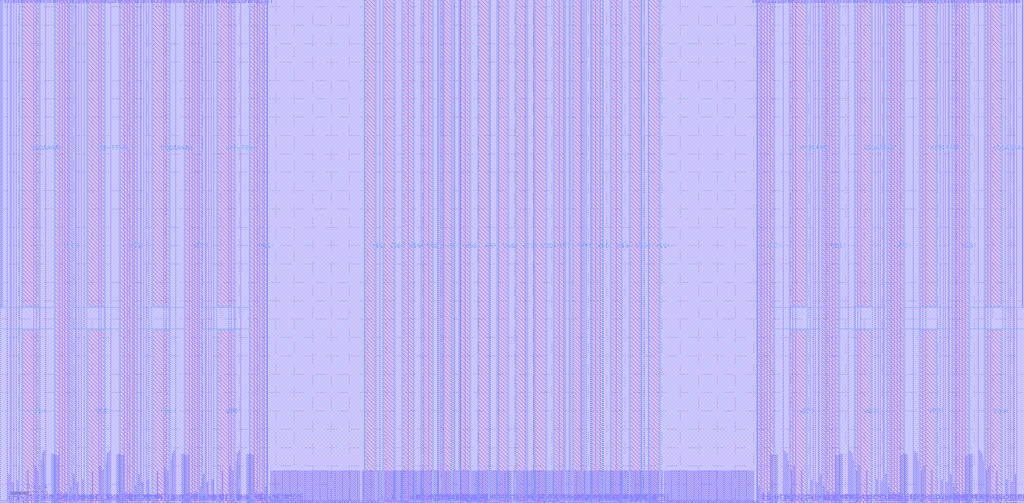
<source format=lef>
# ------------------------------------------------------
#
#		Copyright 2025 IHP PDK Authors
#
#		Licensed under the Apache License, Version 2.0 (the "License");
#		you may not use this file except in compliance with the License.
#		You may obtain a copy of the License at
#		
#		   https://www.apache.org/licenses/LICENSE-2.0
#		
#		Unless required by applicable law or agreed to in writing, software
#		distributed under the License is distributed on an "AS IS" BASIS,
#		WITHOUT WARRANTIES OR CONDITIONS OF ANY KIND, either express or implied.
#		See the License for the specific language governing permissions and
#		limitations under the License.
#		
#		Generated on Wed Aug 27 13:36:37 2025		
#
# ------------------------------------------------------ 
VERSION 5.7 ;
BUSBITCHARS "[]" ;
DIVIDERCHAR "/" ;

MACRO RM_IHPSG13_2P_256x8_c2_bm_bist
  CLASS BLOCK ;
  ORIGIN 0 0 ;
  FOREIGN RM_IHPSG13_2P_256x8_c2_bm_bist 0 0 ;
  SIZE 278.51 BY 136.97 ;
  SYMMETRY X Y R90 ;
  PIN A_DIN[4]
    DIRECTION INPUT ;
    USE SIGNAL ;
    ANTENNAPARTIALMETALAREA 3.9091 LAYER Metal2 ;
    ANTENNAMODEL OXIDE1 ;
      ANTENNAGATEAREA 0.20085 LAYER Metal2 ;
      ANTENNAMAXAREACAR 20.368932 LAYER Metal2 ;
    PORT
      LAYER Metal2 ;
        RECT 213.33 0 213.59 0.26 ;
    END
  END A_DIN[4]
  PIN A_DIN[3]
    DIRECTION INPUT ;
    USE SIGNAL ;
    ANTENNAPARTIALMETALAREA 3.9091 LAYER Metal2 ;
    ANTENNAMODEL OXIDE1 ;
      ANTENNAGATEAREA 0.20085 LAYER Metal2 ;
      ANTENNAMAXAREACAR 20.368932 LAYER Metal2 ;
    PORT
      LAYER Metal2 ;
        RECT 64.92 0 65.18 0.26 ;
    END
  END A_DIN[3]
  PIN A_BIST_DIN[4]
    DIRECTION INPUT ;
    USE SIGNAL ;
    ANTENNAPARTIALMETALAREA 4.136375 LAYER Metal2 ;
    ANTENNAMODEL OXIDE1 ;
      ANTENNAGATEAREA 0.20085 LAYER Metal2 ;
      ANTENNAMAXAREACAR 21.874907 LAYER Metal2 ;
    PORT
      LAYER Metal2 ;
        RECT 213.84 0 214.1 0.26 ;
    END
  END A_BIST_DIN[4]
  PIN A_BIST_DIN[3]
    DIRECTION INPUT ;
    USE SIGNAL ;
    ANTENNAPARTIALMETALAREA 4.136375 LAYER Metal2 ;
    ANTENNAMODEL OXIDE1 ;
      ANTENNAGATEAREA 0.20085 LAYER Metal2 ;
      ANTENNAMAXAREACAR 21.874907 LAYER Metal2 ;
    PORT
      LAYER Metal2 ;
        RECT 64.41 0 64.67 0.26 ;
    END
  END A_BIST_DIN[3]
  PIN A_BM[4]
    DIRECTION INPUT ;
    USE SIGNAL ;
    ANTENNAPARTIALMETALAREA 1.7264 LAYER Metal2 ;
    ANTENNAMODEL OXIDE1 ;
      ANTENNAGATEAREA 0.20085 LAYER Metal2 ;
      ANTENNAMAXAREACAR 9.501618 LAYER Metal2 ;
    PORT
      LAYER Metal2 ;
        RECT 222 0 222.26 0.26 ;
    END
  END A_BM[4]
  PIN A_BM[3]
    DIRECTION INPUT ;
    USE SIGNAL ;
    ANTENNAPARTIALMETALAREA 1.7264 LAYER Metal2 ;
    ANTENNAMODEL OXIDE1 ;
      ANTENNAGATEAREA 0.20085 LAYER Metal2 ;
      ANTENNAMAXAREACAR 9.501618 LAYER Metal2 ;
    PORT
      LAYER Metal2 ;
        RECT 56.25 0 56.51 0.26 ;
    END
  END A_BM[3]
  PIN A_BIST_BM[4]
    DIRECTION INPUT ;
    USE SIGNAL ;
    ANTENNAPARTIALMETALAREA 1.7602 LAYER Metal2 ;
    ANTENNAMODEL OXIDE1 ;
      ANTENNAGATEAREA 0.20085 LAYER Metal2 ;
      ANTENNAMAXAREACAR 9.678367 LAYER Metal2 ;
    PORT
      LAYER Metal2 ;
        RECT 220.625 0 220.885 0.26 ;
    END
  END A_BIST_BM[4]
  PIN A_BIST_BM[3]
    DIRECTION INPUT ;
    USE SIGNAL ;
    ANTENNAPARTIALMETALAREA 1.7602 LAYER Metal2 ;
    ANTENNAMODEL OXIDE1 ;
      ANTENNAGATEAREA 0.20085 LAYER Metal2 ;
      ANTENNAMAXAREACAR 9.678367 LAYER Metal2 ;
    PORT
      LAYER Metal2 ;
        RECT 57.625 0 57.885 0.26 ;
    END
  END A_BIST_BM[3]
  PIN A_DOUT[4]
    DIRECTION OUTPUT ;
    USE SIGNAL ;
    ANTENNAPARTIALMETALAREA 4.8256 LAYER Metal2 ;
    ANTENNADIFFAREA 0.988 LAYER Metal2 ;
    PORT
      LAYER Metal2 ;
        RECT 206.19 0 206.45 0.26 ;
    END
  END A_DOUT[4]
  PIN A_DOUT[3]
    DIRECTION OUTPUT ;
    USE SIGNAL ;
    ANTENNAPARTIALMETALAREA 4.8256 LAYER Metal2 ;
    ANTENNADIFFAREA 0.988 LAYER Metal2 ;
    PORT
      LAYER Metal2 ;
        RECT 72.06 0 72.32 0.26 ;
    END
  END A_DOUT[3]
  PIN B_DIN[4]
    DIRECTION INPUT ;
    USE SIGNAL ;
    ANTENNAPARTIALMETALAREA 2.925 LAYER Metal2 ;
    ANTENNAMODEL OXIDE1 ;
      ANTENNAGATEAREA 0.20085 LAYER Metal2 ;
      ANTENNAMAXAREACAR 15.469256 LAYER Metal2 ;
    PORT
      LAYER Metal2 ;
        RECT 215.88 0 216.14 0.26 ;
    END
  END B_DIN[4]
  PIN B_DIN[3]
    DIRECTION INPUT ;
    USE SIGNAL ;
    ANTENNAPARTIALMETALAREA 2.925 LAYER Metal2 ;
    ANTENNAMODEL OXIDE1 ;
      ANTENNAGATEAREA 0.20085 LAYER Metal2 ;
      ANTENNAMAXAREACAR 15.469256 LAYER Metal2 ;
    PORT
      LAYER Metal2 ;
        RECT 62.37 0 62.63 0.26 ;
    END
  END B_DIN[3]
  PIN B_BIST_DIN[4]
    DIRECTION INPUT ;
    USE SIGNAL ;
    ANTENNAPARTIALMETALAREA 2.9445 LAYER Metal2 ;
    ANTENNAMODEL OXIDE1 ;
      ANTENNAGATEAREA 0.20085 LAYER Metal2 ;
      ANTENNAMAXAREACAR 15.929052 LAYER Metal2 ;
    PORT
      LAYER Metal2 ;
        RECT 214.35 0 214.61 0.26 ;
    END
  END B_BIST_DIN[4]
  PIN B_BIST_DIN[3]
    DIRECTION INPUT ;
    USE SIGNAL ;
    ANTENNAPARTIALMETALAREA 2.9445 LAYER Metal2 ;
    ANTENNAMODEL OXIDE1 ;
      ANTENNAGATEAREA 0.20085 LAYER Metal2 ;
      ANTENNAMAXAREACAR 15.929052 LAYER Metal2 ;
    PORT
      LAYER Metal2 ;
        RECT 63.9 0 64.16 0.26 ;
    END
  END B_BIST_DIN[3]
  PIN B_BM[4]
    DIRECTION INPUT ;
    USE SIGNAL ;
    ANTENNAPARTIALMETALAREA 0.7007 LAYER Metal2 ;
    ANTENNAMODEL OXIDE1 ;
      ANTENNAGATEAREA 0.20085 LAYER Metal2 ;
      ANTENNAMAXAREACAR 4.394822 LAYER Metal2 ;
    PORT
      LAYER Metal2 ;
        RECT 207.365 0 207.625 0.26 ;
    END
  END B_BM[4]
  PIN B_BM[3]
    DIRECTION INPUT ;
    USE SIGNAL ;
    ANTENNAPARTIALMETALAREA 0.7007 LAYER Metal2 ;
    ANTENNAMODEL OXIDE1 ;
      ANTENNAGATEAREA 0.20085 LAYER Metal2 ;
      ANTENNAMAXAREACAR 4.394822 LAYER Metal2 ;
    PORT
      LAYER Metal2 ;
        RECT 70.885 0 71.145 0.26 ;
    END
  END B_BM[3]
  PIN B_BIST_BM[4]
    DIRECTION INPUT ;
    USE SIGNAL ;
    ANTENNAPARTIALMETALAREA 0.7007 LAYER Metal2 ;
    ANTENNAMODEL OXIDE1 ;
      ANTENNAGATEAREA 0.20085 LAYER Metal2 ;
      ANTENNAMAXAREACAR 4.394822 LAYER Metal2 ;
    PORT
      LAYER Metal2 ;
        RECT 208.895 0 209.155 0.26 ;
    END
  END B_BIST_BM[4]
  PIN B_BIST_BM[3]
    DIRECTION INPUT ;
    USE SIGNAL ;
    ANTENNAPARTIALMETALAREA 0.7007 LAYER Metal2 ;
    ANTENNAMODEL OXIDE1 ;
      ANTENNAGATEAREA 0.20085 LAYER Metal2 ;
      ANTENNAMAXAREACAR 4.394822 LAYER Metal2 ;
    PORT
      LAYER Metal2 ;
        RECT 69.355 0 69.615 0.26 ;
    END
  END B_BIST_BM[3]
  PIN B_DOUT[4]
    DIRECTION OUTPUT ;
    USE SIGNAL ;
    ANTENNAPARTIALMETALAREA 4.836 LAYER Metal2 ;
    ANTENNADIFFAREA 0.988 LAYER Metal2 ;
    PORT
      LAYER Metal2 ;
        RECT 223.02 0 223.28 0.26 ;
    END
  END B_DOUT[4]
  PIN B_DOUT[3]
    DIRECTION OUTPUT ;
    USE SIGNAL ;
    ANTENNAPARTIALMETALAREA 4.836 LAYER Metal2 ;
    ANTENNADIFFAREA 0.988 LAYER Metal2 ;
    PORT
      LAYER Metal2 ;
        RECT 55.23 0 55.49 0.26 ;
    END
  END B_DOUT[3]
  PIN VSS!
    DIRECTION INOUT ;
    USE GROUND ;
    NETEXPR "vss VSS!" ;
    PORT
      LAYER Metal4 ;
        RECT 259.105 0 263.525 136.97 ;
    END
    PORT
      LAYER Metal4 ;
        RECT 241.425 0 245.845 136.97 ;
    END
    PORT
      LAYER Metal4 ;
        RECT 223.745 0 228.165 136.97 ;
    END
    PORT
      LAYER Metal4 ;
        RECT 206.065 0 210.485 136.97 ;
    END
    PORT
      LAYER Metal4 ;
        RECT 176.475 0 179.285 136.97 ;
    END
    PORT
      LAYER Metal4 ;
        RECT 166.175 0 168.985 136.97 ;
    END
    PORT
      LAYER Metal4 ;
        RECT 150.725 0 153.535 136.97 ;
    END
    PORT
      LAYER Metal4 ;
        RECT 140.425 0 143.235 136.97 ;
    END
    PORT
      LAYER Metal4 ;
        RECT 135.275 0 138.085 136.97 ;
    END
    PORT
      LAYER Metal4 ;
        RECT 124.975 0 127.785 136.97 ;
    END
    PORT
      LAYER Metal4 ;
        RECT 109.525 0 112.335 136.97 ;
    END
    PORT
      LAYER Metal4 ;
        RECT 99.225 0 102.035 136.97 ;
    END
    PORT
      LAYER Metal4 ;
        RECT 68.025 0 72.445 136.97 ;
    END
    PORT
      LAYER Metal4 ;
        RECT 50.345 0 54.765 136.97 ;
    END
    PORT
      LAYER Metal4 ;
        RECT 32.665 0 37.085 136.97 ;
    END
    PORT
      LAYER Metal4 ;
        RECT 14.985 0 19.405 136.97 ;
    END
  END VSS!
  PIN VDD!
    DIRECTION INOUT ;
    USE POWER ;
    NETEXPR "vdd VDD!" ;
    PORT
      LAYER Metal4 ;
        RECT 267.945 0 272.365 47.045 ;
    END
    PORT
      LAYER Metal4 ;
        RECT 250.265 0 254.685 47.045 ;
    END
    PORT
      LAYER Metal4 ;
        RECT 232.585 0 237.005 47.045 ;
    END
    PORT
      LAYER Metal4 ;
        RECT 214.905 0 219.325 47.045 ;
    END
    PORT
      LAYER Metal4 ;
        RECT 171.325 0 174.135 136.97 ;
    END
    PORT
      LAYER Metal4 ;
        RECT 161.025 0 163.835 136.97 ;
    END
    PORT
      LAYER Metal4 ;
        RECT 155.875 0 158.685 136.97 ;
    END
    PORT
      LAYER Metal4 ;
        RECT 145.575 0 148.385 136.97 ;
    END
    PORT
      LAYER Metal4 ;
        RECT 130.125 0 132.935 136.97 ;
    END
    PORT
      LAYER Metal4 ;
        RECT 119.825 0 122.635 136.97 ;
    END
    PORT
      LAYER Metal4 ;
        RECT 114.675 0 117.485 136.97 ;
    END
    PORT
      LAYER Metal4 ;
        RECT 104.375 0 107.185 136.97 ;
    END
    PORT
      LAYER Metal4 ;
        RECT 59.185 0 63.605 47.045 ;
    END
    PORT
      LAYER Metal4 ;
        RECT 41.505 0 45.925 47.045 ;
    END
    PORT
      LAYER Metal4 ;
        RECT 23.825 0 28.245 47.045 ;
    END
    PORT
      LAYER Metal4 ;
        RECT 6.145 0 10.565 47.045 ;
    END
  END VDD!
  PIN VDDARRAY!
    DIRECTION INOUT ;
    USE POWER ;
    NETEXPR "vddarray VDDARRAY!" ;
    PORT
      LAYER Metal4 ;
        RECT 267.945 53.41 272.365 136.97 ;
    END
    PORT
      LAYER Metal4 ;
        RECT 250.265 53.41 254.685 136.97 ;
    END
    PORT
      LAYER Metal4 ;
        RECT 232.585 53.41 237.005 136.97 ;
    END
    PORT
      LAYER Metal4 ;
        RECT 214.905 53.41 219.325 136.97 ;
    END
    PORT
      LAYER Metal4 ;
        RECT 59.185 53.41 63.605 136.97 ;
    END
    PORT
      LAYER Metal4 ;
        RECT 41.505 53.41 45.925 136.97 ;
    END
    PORT
      LAYER Metal4 ;
        RECT 23.825 53.41 28.245 136.97 ;
    END
    PORT
      LAYER Metal4 ;
        RECT 6.145 53.41 10.565 136.97 ;
    END
  END VDDARRAY!
  PIN A_DIN[5]
    DIRECTION INPUT ;
    USE SIGNAL ;
    ANTENNAPARTIALMETALAREA 3.9091 LAYER Metal2 ;
    ANTENNAMODEL OXIDE1 ;
      ANTENNAGATEAREA 0.20085 LAYER Metal2 ;
      ANTENNAMAXAREACAR 20.368932 LAYER Metal2 ;
    PORT
      LAYER Metal2 ;
        RECT 231.01 0 231.27 0.26 ;
    END
  END A_DIN[5]
  PIN A_DIN[2]
    DIRECTION INPUT ;
    USE SIGNAL ;
    ANTENNAPARTIALMETALAREA 3.9091 LAYER Metal2 ;
    ANTENNAMODEL OXIDE1 ;
      ANTENNAGATEAREA 0.20085 LAYER Metal2 ;
      ANTENNAMAXAREACAR 20.368932 LAYER Metal2 ;
    PORT
      LAYER Metal2 ;
        RECT 47.24 0 47.5 0.26 ;
    END
  END A_DIN[2]
  PIN A_BIST_DIN[5]
    DIRECTION INPUT ;
    USE SIGNAL ;
    ANTENNAPARTIALMETALAREA 4.136375 LAYER Metal2 ;
    ANTENNAMODEL OXIDE1 ;
      ANTENNAGATEAREA 0.20085 LAYER Metal2 ;
      ANTENNAMAXAREACAR 21.874907 LAYER Metal2 ;
    PORT
      LAYER Metal2 ;
        RECT 231.52 0 231.78 0.26 ;
    END
  END A_BIST_DIN[5]
  PIN A_BIST_DIN[2]
    DIRECTION INPUT ;
    USE SIGNAL ;
    ANTENNAPARTIALMETALAREA 4.136375 LAYER Metal2 ;
    ANTENNAMODEL OXIDE1 ;
      ANTENNAGATEAREA 0.20085 LAYER Metal2 ;
      ANTENNAMAXAREACAR 21.874907 LAYER Metal2 ;
    PORT
      LAYER Metal2 ;
        RECT 46.73 0 46.99 0.26 ;
    END
  END A_BIST_DIN[2]
  PIN A_BM[5]
    DIRECTION INPUT ;
    USE SIGNAL ;
    ANTENNAPARTIALMETALAREA 1.7264 LAYER Metal2 ;
    ANTENNAMODEL OXIDE1 ;
      ANTENNAGATEAREA 0.20085 LAYER Metal2 ;
      ANTENNAMAXAREACAR 9.501618 LAYER Metal2 ;
    PORT
      LAYER Metal2 ;
        RECT 239.68 0 239.94 0.26 ;
    END
  END A_BM[5]
  PIN A_BM[2]
    DIRECTION INPUT ;
    USE SIGNAL ;
    ANTENNAPARTIALMETALAREA 1.7264 LAYER Metal2 ;
    ANTENNAMODEL OXIDE1 ;
      ANTENNAGATEAREA 0.20085 LAYER Metal2 ;
      ANTENNAMAXAREACAR 9.501618 LAYER Metal2 ;
    PORT
      LAYER Metal2 ;
        RECT 38.57 0 38.83 0.26 ;
    END
  END A_BM[2]
  PIN A_BIST_BM[5]
    DIRECTION INPUT ;
    USE SIGNAL ;
    ANTENNAPARTIALMETALAREA 1.7602 LAYER Metal2 ;
    ANTENNAMODEL OXIDE1 ;
      ANTENNAGATEAREA 0.20085 LAYER Metal2 ;
      ANTENNAMAXAREACAR 9.678367 LAYER Metal2 ;
    PORT
      LAYER Metal2 ;
        RECT 238.305 0 238.565 0.26 ;
    END
  END A_BIST_BM[5]
  PIN A_BIST_BM[2]
    DIRECTION INPUT ;
    USE SIGNAL ;
    ANTENNAPARTIALMETALAREA 1.7602 LAYER Metal2 ;
    ANTENNAMODEL OXIDE1 ;
      ANTENNAGATEAREA 0.20085 LAYER Metal2 ;
      ANTENNAMAXAREACAR 9.678367 LAYER Metal2 ;
    PORT
      LAYER Metal2 ;
        RECT 39.945 0 40.205 0.26 ;
    END
  END A_BIST_BM[2]
  PIN A_DOUT[5]
    DIRECTION OUTPUT ;
    USE SIGNAL ;
    ANTENNAPARTIALMETALAREA 4.8256 LAYER Metal2 ;
    ANTENNADIFFAREA 0.988 LAYER Metal2 ;
    PORT
      LAYER Metal2 ;
        RECT 223.87 0 224.13 0.26 ;
    END
  END A_DOUT[5]
  PIN A_DOUT[2]
    DIRECTION OUTPUT ;
    USE SIGNAL ;
    ANTENNAPARTIALMETALAREA 4.8256 LAYER Metal2 ;
    ANTENNADIFFAREA 0.988 LAYER Metal2 ;
    PORT
      LAYER Metal2 ;
        RECT 54.38 0 54.64 0.26 ;
    END
  END A_DOUT[2]
  PIN B_DIN[5]
    DIRECTION INPUT ;
    USE SIGNAL ;
    ANTENNAPARTIALMETALAREA 2.925 LAYER Metal2 ;
    ANTENNAMODEL OXIDE1 ;
      ANTENNAGATEAREA 0.20085 LAYER Metal2 ;
      ANTENNAMAXAREACAR 15.469256 LAYER Metal2 ;
    PORT
      LAYER Metal2 ;
        RECT 233.56 0 233.82 0.26 ;
    END
  END B_DIN[5]
  PIN B_DIN[2]
    DIRECTION INPUT ;
    USE SIGNAL ;
    ANTENNAPARTIALMETALAREA 2.925 LAYER Metal2 ;
    ANTENNAMODEL OXIDE1 ;
      ANTENNAGATEAREA 0.20085 LAYER Metal2 ;
      ANTENNAMAXAREACAR 15.469256 LAYER Metal2 ;
    PORT
      LAYER Metal2 ;
        RECT 44.69 0 44.95 0.26 ;
    END
  END B_DIN[2]
  PIN B_BIST_DIN[5]
    DIRECTION INPUT ;
    USE SIGNAL ;
    ANTENNAPARTIALMETALAREA 2.9445 LAYER Metal2 ;
    ANTENNAMODEL OXIDE1 ;
      ANTENNAGATEAREA 0.20085 LAYER Metal2 ;
      ANTENNAMAXAREACAR 15.929052 LAYER Metal2 ;
    PORT
      LAYER Metal2 ;
        RECT 232.03 0 232.29 0.26 ;
    END
  END B_BIST_DIN[5]
  PIN B_BIST_DIN[2]
    DIRECTION INPUT ;
    USE SIGNAL ;
    ANTENNAPARTIALMETALAREA 2.9445 LAYER Metal2 ;
    ANTENNAMODEL OXIDE1 ;
      ANTENNAGATEAREA 0.20085 LAYER Metal2 ;
      ANTENNAMAXAREACAR 15.929052 LAYER Metal2 ;
    PORT
      LAYER Metal2 ;
        RECT 46.22 0 46.48 0.26 ;
    END
  END B_BIST_DIN[2]
  PIN B_BM[5]
    DIRECTION INPUT ;
    USE SIGNAL ;
    ANTENNAPARTIALMETALAREA 0.7007 LAYER Metal2 ;
    ANTENNAMODEL OXIDE1 ;
      ANTENNAGATEAREA 0.20085 LAYER Metal2 ;
      ANTENNAMAXAREACAR 4.394822 LAYER Metal2 ;
    PORT
      LAYER Metal2 ;
        RECT 225.045 0 225.305 0.26 ;
    END
  END B_BM[5]
  PIN B_BM[2]
    DIRECTION INPUT ;
    USE SIGNAL ;
    ANTENNAPARTIALMETALAREA 0.7007 LAYER Metal2 ;
    ANTENNAMODEL OXIDE1 ;
      ANTENNAGATEAREA 0.20085 LAYER Metal2 ;
      ANTENNAMAXAREACAR 4.394822 LAYER Metal2 ;
    PORT
      LAYER Metal2 ;
        RECT 53.205 0 53.465 0.26 ;
    END
  END B_BM[2]
  PIN B_BIST_BM[5]
    DIRECTION INPUT ;
    USE SIGNAL ;
    ANTENNAPARTIALMETALAREA 0.7007 LAYER Metal2 ;
    ANTENNAMODEL OXIDE1 ;
      ANTENNAGATEAREA 0.20085 LAYER Metal2 ;
      ANTENNAMAXAREACAR 4.394822 LAYER Metal2 ;
    PORT
      LAYER Metal2 ;
        RECT 226.575 0 226.835 0.26 ;
    END
  END B_BIST_BM[5]
  PIN B_BIST_BM[2]
    DIRECTION INPUT ;
    USE SIGNAL ;
    ANTENNAPARTIALMETALAREA 0.7007 LAYER Metal2 ;
    ANTENNAMODEL OXIDE1 ;
      ANTENNAGATEAREA 0.20085 LAYER Metal2 ;
      ANTENNAMAXAREACAR 4.394822 LAYER Metal2 ;
    PORT
      LAYER Metal2 ;
        RECT 51.675 0 51.935 0.26 ;
    END
  END B_BIST_BM[2]
  PIN B_DOUT[5]
    DIRECTION OUTPUT ;
    USE SIGNAL ;
    ANTENNAPARTIALMETALAREA 4.836 LAYER Metal2 ;
    ANTENNADIFFAREA 0.988 LAYER Metal2 ;
    PORT
      LAYER Metal2 ;
        RECT 240.7 0 240.96 0.26 ;
    END
  END B_DOUT[5]
  PIN B_DOUT[2]
    DIRECTION OUTPUT ;
    USE SIGNAL ;
    ANTENNAPARTIALMETALAREA 4.836 LAYER Metal2 ;
    ANTENNADIFFAREA 0.988 LAYER Metal2 ;
    PORT
      LAYER Metal2 ;
        RECT 37.55 0 37.81 0.26 ;
    END
  END B_DOUT[2]
  PIN A_DIN[6]
    DIRECTION INPUT ;
    USE SIGNAL ;
    ANTENNAPARTIALMETALAREA 3.9091 LAYER Metal2 ;
    ANTENNAMODEL OXIDE1 ;
      ANTENNAGATEAREA 0.20085 LAYER Metal2 ;
      ANTENNAMAXAREACAR 20.368932 LAYER Metal2 ;
    PORT
      LAYER Metal2 ;
        RECT 248.69 0 248.95 0.26 ;
    END
  END A_DIN[6]
  PIN A_DIN[1]
    DIRECTION INPUT ;
    USE SIGNAL ;
    ANTENNAPARTIALMETALAREA 3.9091 LAYER Metal2 ;
    ANTENNAMODEL OXIDE1 ;
      ANTENNAGATEAREA 0.20085 LAYER Metal2 ;
      ANTENNAMAXAREACAR 20.368932 LAYER Metal2 ;
    PORT
      LAYER Metal2 ;
        RECT 29.56 0 29.82 0.26 ;
    END
  END A_DIN[1]
  PIN A_BIST_DIN[6]
    DIRECTION INPUT ;
    USE SIGNAL ;
    ANTENNAPARTIALMETALAREA 4.136375 LAYER Metal2 ;
    ANTENNAMODEL OXIDE1 ;
      ANTENNAGATEAREA 0.20085 LAYER Metal2 ;
      ANTENNAMAXAREACAR 21.874907 LAYER Metal2 ;
    PORT
      LAYER Metal2 ;
        RECT 249.2 0 249.46 0.26 ;
    END
  END A_BIST_DIN[6]
  PIN A_BIST_DIN[1]
    DIRECTION INPUT ;
    USE SIGNAL ;
    ANTENNAPARTIALMETALAREA 4.136375 LAYER Metal2 ;
    ANTENNAMODEL OXIDE1 ;
      ANTENNAGATEAREA 0.20085 LAYER Metal2 ;
      ANTENNAMAXAREACAR 21.874907 LAYER Metal2 ;
    PORT
      LAYER Metal2 ;
        RECT 29.05 0 29.31 0.26 ;
    END
  END A_BIST_DIN[1]
  PIN A_BM[6]
    DIRECTION INPUT ;
    USE SIGNAL ;
    ANTENNAPARTIALMETALAREA 1.7264 LAYER Metal2 ;
    ANTENNAMODEL OXIDE1 ;
      ANTENNAGATEAREA 0.20085 LAYER Metal2 ;
      ANTENNAMAXAREACAR 9.501618 LAYER Metal2 ;
    PORT
      LAYER Metal2 ;
        RECT 257.36 0 257.62 0.26 ;
    END
  END A_BM[6]
  PIN A_BM[1]
    DIRECTION INPUT ;
    USE SIGNAL ;
    ANTENNAPARTIALMETALAREA 1.7264 LAYER Metal2 ;
    ANTENNAMODEL OXIDE1 ;
      ANTENNAGATEAREA 0.20085 LAYER Metal2 ;
      ANTENNAMAXAREACAR 9.501618 LAYER Metal2 ;
    PORT
      LAYER Metal2 ;
        RECT 20.89 0 21.15 0.26 ;
    END
  END A_BM[1]
  PIN A_BIST_BM[6]
    DIRECTION INPUT ;
    USE SIGNAL ;
    ANTENNAPARTIALMETALAREA 1.7602 LAYER Metal2 ;
    ANTENNAMODEL OXIDE1 ;
      ANTENNAGATEAREA 0.20085 LAYER Metal2 ;
      ANTENNAMAXAREACAR 9.678367 LAYER Metal2 ;
    PORT
      LAYER Metal2 ;
        RECT 255.985 0 256.245 0.26 ;
    END
  END A_BIST_BM[6]
  PIN A_BIST_BM[1]
    DIRECTION INPUT ;
    USE SIGNAL ;
    ANTENNAPARTIALMETALAREA 1.7602 LAYER Metal2 ;
    ANTENNAMODEL OXIDE1 ;
      ANTENNAGATEAREA 0.20085 LAYER Metal2 ;
      ANTENNAMAXAREACAR 9.678367 LAYER Metal2 ;
    PORT
      LAYER Metal2 ;
        RECT 22.265 0 22.525 0.26 ;
    END
  END A_BIST_BM[1]
  PIN A_DOUT[6]
    DIRECTION OUTPUT ;
    USE SIGNAL ;
    ANTENNAPARTIALMETALAREA 4.8256 LAYER Metal2 ;
    ANTENNADIFFAREA 0.988 LAYER Metal2 ;
    PORT
      LAYER Metal2 ;
        RECT 241.55 0 241.81 0.26 ;
    END
  END A_DOUT[6]
  PIN A_DOUT[1]
    DIRECTION OUTPUT ;
    USE SIGNAL ;
    ANTENNAPARTIALMETALAREA 4.8256 LAYER Metal2 ;
    ANTENNADIFFAREA 0.988 LAYER Metal2 ;
    PORT
      LAYER Metal2 ;
        RECT 36.7 0 36.96 0.26 ;
    END
  END A_DOUT[1]
  PIN B_DIN[6]
    DIRECTION INPUT ;
    USE SIGNAL ;
    ANTENNAPARTIALMETALAREA 2.925 LAYER Metal2 ;
    ANTENNAMODEL OXIDE1 ;
      ANTENNAGATEAREA 0.20085 LAYER Metal2 ;
      ANTENNAMAXAREACAR 15.469256 LAYER Metal2 ;
    PORT
      LAYER Metal2 ;
        RECT 251.24 0 251.5 0.26 ;
    END
  END B_DIN[6]
  PIN B_DIN[1]
    DIRECTION INPUT ;
    USE SIGNAL ;
    ANTENNAPARTIALMETALAREA 2.925 LAYER Metal2 ;
    ANTENNAMODEL OXIDE1 ;
      ANTENNAGATEAREA 0.20085 LAYER Metal2 ;
      ANTENNAMAXAREACAR 15.469256 LAYER Metal2 ;
    PORT
      LAYER Metal2 ;
        RECT 27.01 0 27.27 0.26 ;
    END
  END B_DIN[1]
  PIN B_BIST_DIN[6]
    DIRECTION INPUT ;
    USE SIGNAL ;
    ANTENNAPARTIALMETALAREA 2.9445 LAYER Metal2 ;
    ANTENNAMODEL OXIDE1 ;
      ANTENNAGATEAREA 0.20085 LAYER Metal2 ;
      ANTENNAMAXAREACAR 15.929052 LAYER Metal2 ;
    PORT
      LAYER Metal2 ;
        RECT 249.71 0 249.97 0.26 ;
    END
  END B_BIST_DIN[6]
  PIN B_BIST_DIN[1]
    DIRECTION INPUT ;
    USE SIGNAL ;
    ANTENNAPARTIALMETALAREA 2.9445 LAYER Metal2 ;
    ANTENNAMODEL OXIDE1 ;
      ANTENNAGATEAREA 0.20085 LAYER Metal2 ;
      ANTENNAMAXAREACAR 15.929052 LAYER Metal2 ;
    PORT
      LAYER Metal2 ;
        RECT 28.54 0 28.8 0.26 ;
    END
  END B_BIST_DIN[1]
  PIN B_BM[6]
    DIRECTION INPUT ;
    USE SIGNAL ;
    ANTENNAPARTIALMETALAREA 0.7007 LAYER Metal2 ;
    ANTENNAMODEL OXIDE1 ;
      ANTENNAGATEAREA 0.20085 LAYER Metal2 ;
      ANTENNAMAXAREACAR 4.394822 LAYER Metal2 ;
    PORT
      LAYER Metal2 ;
        RECT 242.725 0 242.985 0.26 ;
    END
  END B_BM[6]
  PIN B_BM[1]
    DIRECTION INPUT ;
    USE SIGNAL ;
    ANTENNAPARTIALMETALAREA 0.7007 LAYER Metal2 ;
    ANTENNAMODEL OXIDE1 ;
      ANTENNAGATEAREA 0.20085 LAYER Metal2 ;
      ANTENNAMAXAREACAR 4.394822 LAYER Metal2 ;
    PORT
      LAYER Metal2 ;
        RECT 35.525 0 35.785 0.26 ;
    END
  END B_BM[1]
  PIN B_BIST_BM[6]
    DIRECTION INPUT ;
    USE SIGNAL ;
    ANTENNAPARTIALMETALAREA 0.7007 LAYER Metal2 ;
    ANTENNAMODEL OXIDE1 ;
      ANTENNAGATEAREA 0.20085 LAYER Metal2 ;
      ANTENNAMAXAREACAR 4.394822 LAYER Metal2 ;
    PORT
      LAYER Metal2 ;
        RECT 244.255 0 244.515 0.26 ;
    END
  END B_BIST_BM[6]
  PIN B_BIST_BM[1]
    DIRECTION INPUT ;
    USE SIGNAL ;
    ANTENNAPARTIALMETALAREA 0.7007 LAYER Metal2 ;
    ANTENNAMODEL OXIDE1 ;
      ANTENNAGATEAREA 0.20085 LAYER Metal2 ;
      ANTENNAMAXAREACAR 4.394822 LAYER Metal2 ;
    PORT
      LAYER Metal2 ;
        RECT 33.995 0 34.255 0.26 ;
    END
  END B_BIST_BM[1]
  PIN B_DOUT[6]
    DIRECTION OUTPUT ;
    USE SIGNAL ;
    ANTENNAPARTIALMETALAREA 4.836 LAYER Metal2 ;
    ANTENNADIFFAREA 0.988 LAYER Metal2 ;
    PORT
      LAYER Metal2 ;
        RECT 258.38 0 258.64 0.26 ;
    END
  END B_DOUT[6]
  PIN B_DOUT[1]
    DIRECTION OUTPUT ;
    USE SIGNAL ;
    ANTENNAPARTIALMETALAREA 4.836 LAYER Metal2 ;
    ANTENNADIFFAREA 0.988 LAYER Metal2 ;
    PORT
      LAYER Metal2 ;
        RECT 19.87 0 20.13 0.26 ;
    END
  END B_DOUT[1]
  PIN A_DIN[7]
    DIRECTION INPUT ;
    USE SIGNAL ;
    ANTENNAPARTIALMETALAREA 3.9091 LAYER Metal2 ;
    ANTENNAMODEL OXIDE1 ;
      ANTENNAGATEAREA 0.20085 LAYER Metal2 ;
      ANTENNAMAXAREACAR 20.368932 LAYER Metal2 ;
    PORT
      LAYER Metal2 ;
        RECT 266.37 0 266.63 0.26 ;
    END
  END A_DIN[7]
  PIN A_DIN[0]
    DIRECTION INPUT ;
    USE SIGNAL ;
    ANTENNAPARTIALMETALAREA 3.9091 LAYER Metal2 ;
    ANTENNAMODEL OXIDE1 ;
      ANTENNAGATEAREA 0.20085 LAYER Metal2 ;
      ANTENNAMAXAREACAR 20.368932 LAYER Metal2 ;
    PORT
      LAYER Metal2 ;
        RECT 11.88 0 12.14 0.26 ;
    END
  END A_DIN[0]
  PIN A_BIST_DIN[7]
    DIRECTION INPUT ;
    USE SIGNAL ;
    ANTENNAPARTIALMETALAREA 4.136375 LAYER Metal2 ;
    ANTENNAMODEL OXIDE1 ;
      ANTENNAGATEAREA 0.20085 LAYER Metal2 ;
      ANTENNAMAXAREACAR 21.874907 LAYER Metal2 ;
    PORT
      LAYER Metal2 ;
        RECT 266.88 0 267.14 0.26 ;
    END
  END A_BIST_DIN[7]
  PIN A_BIST_DIN[0]
    DIRECTION INPUT ;
    USE SIGNAL ;
    ANTENNAPARTIALMETALAREA 4.136375 LAYER Metal2 ;
    ANTENNAMODEL OXIDE1 ;
      ANTENNAGATEAREA 0.20085 LAYER Metal2 ;
      ANTENNAMAXAREACAR 21.874907 LAYER Metal2 ;
    PORT
      LAYER Metal2 ;
        RECT 11.37 0 11.63 0.26 ;
    END
  END A_BIST_DIN[0]
  PIN A_BM[7]
    DIRECTION INPUT ;
    USE SIGNAL ;
    ANTENNAPARTIALMETALAREA 1.7264 LAYER Metal2 ;
    ANTENNAMODEL OXIDE1 ;
      ANTENNAGATEAREA 0.20085 LAYER Metal2 ;
      ANTENNAMAXAREACAR 9.501618 LAYER Metal2 ;
    PORT
      LAYER Metal2 ;
        RECT 275.04 0 275.3 0.26 ;
    END
  END A_BM[7]
  PIN A_BM[0]
    DIRECTION INPUT ;
    USE SIGNAL ;
    ANTENNAPARTIALMETALAREA 1.7264 LAYER Metal2 ;
    ANTENNAMODEL OXIDE1 ;
      ANTENNAGATEAREA 0.20085 LAYER Metal2 ;
      ANTENNAMAXAREACAR 9.501618 LAYER Metal2 ;
    PORT
      LAYER Metal2 ;
        RECT 3.21 0 3.47 0.26 ;
    END
  END A_BM[0]
  PIN A_BIST_BM[7]
    DIRECTION INPUT ;
    USE SIGNAL ;
    ANTENNAPARTIALMETALAREA 1.7602 LAYER Metal2 ;
    ANTENNAMODEL OXIDE1 ;
      ANTENNAGATEAREA 0.20085 LAYER Metal2 ;
      ANTENNAMAXAREACAR 9.678367 LAYER Metal2 ;
    PORT
      LAYER Metal2 ;
        RECT 273.665 0 273.925 0.26 ;
    END
  END A_BIST_BM[7]
  PIN A_BIST_BM[0]
    DIRECTION INPUT ;
    USE SIGNAL ;
    ANTENNAPARTIALMETALAREA 1.7602 LAYER Metal2 ;
    ANTENNAMODEL OXIDE1 ;
      ANTENNAGATEAREA 0.20085 LAYER Metal2 ;
      ANTENNAMAXAREACAR 9.678367 LAYER Metal2 ;
    PORT
      LAYER Metal2 ;
        RECT 4.585 0 4.845 0.26 ;
    END
  END A_BIST_BM[0]
  PIN A_DOUT[7]
    DIRECTION OUTPUT ;
    USE SIGNAL ;
    ANTENNAPARTIALMETALAREA 4.8256 LAYER Metal2 ;
    ANTENNADIFFAREA 0.988 LAYER Metal2 ;
    PORT
      LAYER Metal2 ;
        RECT 259.23 0 259.49 0.26 ;
    END
  END A_DOUT[7]
  PIN A_DOUT[0]
    DIRECTION OUTPUT ;
    USE SIGNAL ;
    ANTENNAPARTIALMETALAREA 4.8256 LAYER Metal2 ;
    ANTENNADIFFAREA 0.988 LAYER Metal2 ;
    PORT
      LAYER Metal2 ;
        RECT 19.02 0 19.28 0.26 ;
    END
  END A_DOUT[0]
  PIN B_DIN[7]
    DIRECTION INPUT ;
    USE SIGNAL ;
    ANTENNAPARTIALMETALAREA 2.925 LAYER Metal2 ;
    ANTENNAMODEL OXIDE1 ;
      ANTENNAGATEAREA 0.20085 LAYER Metal2 ;
      ANTENNAMAXAREACAR 15.469256 LAYER Metal2 ;
    PORT
      LAYER Metal2 ;
        RECT 268.92 0 269.18 0.26 ;
    END
  END B_DIN[7]
  PIN B_DIN[0]
    DIRECTION INPUT ;
    USE SIGNAL ;
    ANTENNAPARTIALMETALAREA 2.925 LAYER Metal2 ;
    ANTENNAMODEL OXIDE1 ;
      ANTENNAGATEAREA 0.20085 LAYER Metal2 ;
      ANTENNAMAXAREACAR 15.469256 LAYER Metal2 ;
    PORT
      LAYER Metal2 ;
        RECT 9.33 0 9.59 0.26 ;
    END
  END B_DIN[0]
  PIN B_BIST_DIN[7]
    DIRECTION INPUT ;
    USE SIGNAL ;
    ANTENNAPARTIALMETALAREA 2.9445 LAYER Metal2 ;
    ANTENNAMODEL OXIDE1 ;
      ANTENNAGATEAREA 0.20085 LAYER Metal2 ;
      ANTENNAMAXAREACAR 15.929052 LAYER Metal2 ;
    PORT
      LAYER Metal2 ;
        RECT 267.39 0 267.65 0.26 ;
    END
  END B_BIST_DIN[7]
  PIN B_BIST_DIN[0]
    DIRECTION INPUT ;
    USE SIGNAL ;
    ANTENNAPARTIALMETALAREA 2.9445 LAYER Metal2 ;
    ANTENNAMODEL OXIDE1 ;
      ANTENNAGATEAREA 0.20085 LAYER Metal2 ;
      ANTENNAMAXAREACAR 15.929052 LAYER Metal2 ;
    PORT
      LAYER Metal2 ;
        RECT 10.86 0 11.12 0.26 ;
    END
  END B_BIST_DIN[0]
  PIN B_BM[7]
    DIRECTION INPUT ;
    USE SIGNAL ;
    ANTENNAPARTIALMETALAREA 0.7007 LAYER Metal2 ;
    ANTENNAMODEL OXIDE1 ;
      ANTENNAGATEAREA 0.20085 LAYER Metal2 ;
      ANTENNAMAXAREACAR 4.394822 LAYER Metal2 ;
    PORT
      LAYER Metal2 ;
        RECT 260.405 0 260.665 0.26 ;
    END
  END B_BM[7]
  PIN B_BM[0]
    DIRECTION INPUT ;
    USE SIGNAL ;
    ANTENNAPARTIALMETALAREA 0.7007 LAYER Metal2 ;
    ANTENNAMODEL OXIDE1 ;
      ANTENNAGATEAREA 0.20085 LAYER Metal2 ;
      ANTENNAMAXAREACAR 4.394822 LAYER Metal2 ;
    PORT
      LAYER Metal2 ;
        RECT 17.845 0 18.105 0.26 ;
    END
  END B_BM[0]
  PIN B_BIST_BM[7]
    DIRECTION INPUT ;
    USE SIGNAL ;
    ANTENNAPARTIALMETALAREA 0.7007 LAYER Metal2 ;
    ANTENNAMODEL OXIDE1 ;
      ANTENNAGATEAREA 0.20085 LAYER Metal2 ;
      ANTENNAMAXAREACAR 4.394822 LAYER Metal2 ;
    PORT
      LAYER Metal2 ;
        RECT 261.935 0 262.195 0.26 ;
    END
  END B_BIST_BM[7]
  PIN B_BIST_BM[0]
    DIRECTION INPUT ;
    USE SIGNAL ;
    ANTENNAPARTIALMETALAREA 0.7007 LAYER Metal2 ;
    ANTENNAMODEL OXIDE1 ;
      ANTENNAGATEAREA 0.20085 LAYER Metal2 ;
      ANTENNAMAXAREACAR 4.394822 LAYER Metal2 ;
    PORT
      LAYER Metal2 ;
        RECT 16.315 0 16.575 0.26 ;
    END
  END B_BIST_BM[0]
  PIN B_DOUT[7]
    DIRECTION OUTPUT ;
    USE SIGNAL ;
    ANTENNAPARTIALMETALAREA 4.836 LAYER Metal2 ;
    ANTENNADIFFAREA 0.988 LAYER Metal2 ;
    PORT
      LAYER Metal2 ;
        RECT 276.06 0 276.32 0.26 ;
    END
  END B_DOUT[7]
  PIN B_DOUT[0]
    DIRECTION OUTPUT ;
    USE SIGNAL ;
    ANTENNAPARTIALMETALAREA 4.836 LAYER Metal2 ;
    ANTENNADIFFAREA 0.988 LAYER Metal2 ;
    PORT
      LAYER Metal2 ;
        RECT 2.19 0 2.45 0.26 ;
    END
  END B_DOUT[0]
  PIN A_ADDR[0]
    DIRECTION INPUT ;
    USE SIGNAL ;
    ANTENNAPARTIALMETALAREA 8.7685 LAYER Metal2 ;
    ANTENNAMODEL OXIDE1 ;
      ANTENNAGATEAREA 0.20085 LAYER Metal2 ;
      ANTENNAMAXAREACAR 44.563107 LAYER Metal2 ;
    PORT
      LAYER Metal2 ;
        RECT 155.345 0 155.605 0.26 ;
    END
  END A_ADDR[0]
  PIN A_BIST_ADDR[0]
    DIRECTION INPUT ;
    USE SIGNAL ;
    ANTENNAPARTIALMETALAREA 9.8293 LAYER Metal2 ;
    ANTENNAMODEL OXIDE1 ;
      ANTENNAGATEAREA 0.20085 LAYER Metal2 ;
      ANTENNAMAXAREACAR 49.84466 LAYER Metal2 ;
    PORT
      LAYER Metal2 ;
        RECT 160.955 0 161.215 0.26 ;
    END
  END A_BIST_ADDR[0]
  PIN B_ADDR[0]
    DIRECTION INPUT ;
    USE SIGNAL ;
    ANTENNAPARTIALMETALAREA 8.7685 LAYER Metal2 ;
    ANTENNAMODEL OXIDE1 ;
      ANTENNAGATEAREA 0.20085 LAYER Metal2 ;
      ANTENNAMAXAREACAR 44.563107 LAYER Metal2 ;
    PORT
      LAYER Metal2 ;
        RECT 122.905 0 123.165 0.26 ;
    END
  END B_ADDR[0]
  PIN B_BIST_ADDR[0]
    DIRECTION INPUT ;
    USE SIGNAL ;
    ANTENNAPARTIALMETALAREA 9.8293 LAYER Metal2 ;
    ANTENNAMODEL OXIDE1 ;
      ANTENNAGATEAREA 0.20085 LAYER Metal2 ;
      ANTENNAMAXAREACAR 49.84466 LAYER Metal2 ;
    PORT
      LAYER Metal2 ;
        RECT 117.295 0 117.555 0.26 ;
    END
  END B_BIST_ADDR[0]
  PIN A_ADDR[1]
    DIRECTION INPUT ;
    USE SIGNAL ;
    ANTENNAPARTIALMETALAREA 11.0851 LAYER Metal2 ;
    ANTENNAMODEL OXIDE1 ;
      ANTENNAGATEAREA 0.20085 LAYER Metal2 ;
      ANTENNAMAXAREACAR 56.097087 LAYER Metal2 ;
    PORT
      LAYER Metal2 ;
        RECT 155.855 0 156.115 0.26 ;
    END
  END A_ADDR[1]
  PIN A_BIST_ADDR[1]
    DIRECTION INPUT ;
    USE SIGNAL ;
    ANTENNAPARTIALMETALAREA 12.1459 LAYER Metal2 ;
    ANTENNAMODEL OXIDE1 ;
      ANTENNAGATEAREA 0.20085 LAYER Metal2 ;
      ANTENNAMAXAREACAR 61.378641 LAYER Metal2 ;
    PORT
      LAYER Metal2 ;
        RECT 161.465 0 161.725 0.26 ;
    END
  END A_BIST_ADDR[1]
  PIN B_ADDR[1]
    DIRECTION INPUT ;
    USE SIGNAL ;
    ANTENNAPARTIALMETALAREA 11.0851 LAYER Metal2 ;
    ANTENNAMODEL OXIDE1 ;
      ANTENNAGATEAREA 0.20085 LAYER Metal2 ;
      ANTENNAMAXAREACAR 56.097087 LAYER Metal2 ;
    PORT
      LAYER Metal2 ;
        RECT 122.395 0 122.655 0.26 ;
    END
  END B_ADDR[1]
  PIN B_BIST_ADDR[1]
    DIRECTION INPUT ;
    USE SIGNAL ;
    ANTENNAPARTIALMETALAREA 12.1459 LAYER Metal2 ;
    ANTENNAMODEL OXIDE1 ;
      ANTENNAGATEAREA 0.20085 LAYER Metal2 ;
      ANTENNAMAXAREACAR 61.378641 LAYER Metal2 ;
    PORT
      LAYER Metal2 ;
        RECT 116.785 0 117.045 0.26 ;
    END
  END B_BIST_ADDR[1]
  PIN A_ADDR[2]
    DIRECTION INPUT ;
    USE SIGNAL ;
    ANTENNAPARTIALMETALAREA 13.0819 LAYER Metal2 ;
    ANTENNAPARTIALMETALAREA 1.5246 LAYER Metal3 ;
    ANTENNAPARTIALCUTAREA 0.0722 LAYER Via2 ;
    ANTENNAMODEL OXIDE1 ;
      ANTENNAGATEAREA 0.20085 LAYER Metal3 ;
      ANTENNAMAXAREACAR 9.415982 LAYER Metal3 ;
    PORT
      LAYER Metal2 ;
        RECT 164.525 0 164.785 0.26 ;
    END
  END A_ADDR[2]
  PIN A_BIST_ADDR[2]
    DIRECTION INPUT ;
    USE SIGNAL ;
    ANTENNAPARTIALMETALAREA 13.0819 LAYER Metal2 ;
    ANTENNAPARTIALMETALAREA 1.0962 LAYER Metal3 ;
    ANTENNAPARTIALCUTAREA 0.0722 LAYER Via2 ;
    ANTENNAMODEL OXIDE1 ;
      ANTENNAGATEAREA 0.20085 LAYER Metal3 ;
      ANTENNAMAXAREACAR 7.813791 LAYER Metal3 ;
    PORT
      LAYER Metal2 ;
        RECT 165.035 0 165.295 0.26 ;
    END
  END A_BIST_ADDR[2]
  PIN B_ADDR[2]
    DIRECTION INPUT ;
    USE SIGNAL ;
    ANTENNAPARTIALMETALAREA 13.0819 LAYER Metal2 ;
    ANTENNAPARTIALMETALAREA 1.5246 LAYER Metal3 ;
    ANTENNAPARTIALCUTAREA 0.0722 LAYER Via2 ;
    ANTENNAMODEL OXIDE1 ;
      ANTENNAGATEAREA 0.20085 LAYER Metal3 ;
      ANTENNAMAXAREACAR 9.415982 LAYER Metal3 ;
    PORT
      LAYER Metal2 ;
        RECT 113.725 0 113.985 0.26 ;
    END
  END B_ADDR[2]
  PIN B_BIST_ADDR[2]
    DIRECTION INPUT ;
    USE SIGNAL ;
    ANTENNAPARTIALMETALAREA 13.0819 LAYER Metal2 ;
    ANTENNAPARTIALMETALAREA 1.0962 LAYER Metal3 ;
    ANTENNAPARTIALCUTAREA 0.0722 LAYER Via2 ;
    ANTENNAMODEL OXIDE1 ;
      ANTENNAGATEAREA 0.20085 LAYER Metal3 ;
      ANTENNAMAXAREACAR 7.813791 LAYER Metal3 ;
    PORT
      LAYER Metal2 ;
        RECT 113.215 0 113.475 0.26 ;
    END
  END B_BIST_ADDR[2]
  PIN A_ADDR[3]
    DIRECTION INPUT ;
    USE SIGNAL ;
    ANTENNAPARTIALMETALAREA 13.0819 LAYER Metal2 ;
    ANTENNAPARTIALMETALAREA 3.9459 LAYER Metal3 ;
    ANTENNAPARTIALCUTAREA 0.0722 LAYER Via2 ;
    ANTENNAMODEL OXIDE1 ;
      ANTENNAGATEAREA 0.20085 LAYER Metal3 ;
      ANTENNAMAXAREACAR 21.471247 LAYER Metal3 ;
    PORT
      LAYER Metal2 ;
        RECT 163.505 0 163.765 0.26 ;
    END
  END A_ADDR[3]
  PIN A_BIST_ADDR[3]
    DIRECTION INPUT ;
    USE SIGNAL ;
    ANTENNAPARTIALMETALAREA 13.0819 LAYER Metal2 ;
    ANTENNAPARTIALMETALAREA 3.7317 LAYER Metal3 ;
    ANTENNAPARTIALCUTAREA 0.0722 LAYER Via2 ;
    ANTENNAMODEL OXIDE1 ;
      ANTENNAGATEAREA 0.20085 LAYER Metal3 ;
      ANTENNAMAXAREACAR 20.935524 LAYER Metal3 ;
    PORT
      LAYER Metal2 ;
        RECT 164.015 0 164.275 0.26 ;
    END
  END A_BIST_ADDR[3]
  PIN B_ADDR[3]
    DIRECTION INPUT ;
    USE SIGNAL ;
    ANTENNAPARTIALMETALAREA 13.0819 LAYER Metal2 ;
    ANTENNAPARTIALMETALAREA 3.9459 LAYER Metal3 ;
    ANTENNAPARTIALCUTAREA 0.0722 LAYER Via2 ;
    ANTENNAMODEL OXIDE1 ;
      ANTENNAGATEAREA 0.20085 LAYER Metal3 ;
      ANTENNAMAXAREACAR 21.471247 LAYER Metal3 ;
    PORT
      LAYER Metal2 ;
        RECT 114.745 0 115.005 0.26 ;
    END
  END B_ADDR[3]
  PIN B_BIST_ADDR[3]
    DIRECTION INPUT ;
    USE SIGNAL ;
    ANTENNAPARTIALMETALAREA 13.0819 LAYER Metal2 ;
    ANTENNAPARTIALMETALAREA 3.7317 LAYER Metal3 ;
    ANTENNAPARTIALCUTAREA 0.0722 LAYER Via2 ;
    ANTENNAMODEL OXIDE1 ;
      ANTENNAGATEAREA 0.20085 LAYER Metal3 ;
      ANTENNAMAXAREACAR 20.935524 LAYER Metal3 ;
    PORT
      LAYER Metal2 ;
        RECT 114.235 0 114.495 0.26 ;
    END
  END B_BIST_ADDR[3]
  PIN A_ADDR[4]
    DIRECTION INPUT ;
    USE SIGNAL ;
    ANTENNAPARTIALMETALAREA 14.7329 LAYER Metal2 ;
    ANTENNAMODEL OXIDE1 ;
      ANTENNAGATEAREA 0.20085 LAYER Metal2 ;
      ANTENNAMAXAREACAR 74.2589 LAYER Metal2 ;
    PORT
      LAYER Metal2 ;
        RECT 144.125 0 144.385 0.26 ;
    END
  END A_ADDR[4]
  PIN A_BIST_ADDR[4]
    DIRECTION INPUT ;
    USE SIGNAL ;
    ANTENNAPARTIALMETALAREA 14.4677 LAYER Metal2 ;
    ANTENNAMODEL OXIDE1 ;
      ANTENNAGATEAREA 0.20085 LAYER Metal2 ;
      ANTENNAMAXAREACAR 72.938511 LAYER Metal2 ;
    PORT
      LAYER Metal2 ;
        RECT 144.635 0 144.895 0.26 ;
    END
  END A_BIST_ADDR[4]
  PIN B_ADDR[4]
    DIRECTION INPUT ;
    USE SIGNAL ;
    ANTENNAPARTIALMETALAREA 14.7329 LAYER Metal2 ;
    ANTENNAMODEL OXIDE1 ;
      ANTENNAGATEAREA 0.20085 LAYER Metal2 ;
      ANTENNAMAXAREACAR 74.2589 LAYER Metal2 ;
    PORT
      LAYER Metal2 ;
        RECT 134.125 0 134.385 0.26 ;
    END
  END B_ADDR[4]
  PIN B_BIST_ADDR[4]
    DIRECTION INPUT ;
    USE SIGNAL ;
    ANTENNAPARTIALMETALAREA 14.4677 LAYER Metal2 ;
    ANTENNAMODEL OXIDE1 ;
      ANTENNAGATEAREA 0.20085 LAYER Metal2 ;
      ANTENNAMAXAREACAR 72.938511 LAYER Metal2 ;
    PORT
      LAYER Metal2 ;
        RECT 133.615 0 133.875 0.26 ;
    END
  END B_BIST_ADDR[4]
  PIN A_ADDR[5]
    DIRECTION INPUT ;
    USE SIGNAL ;
    ANTENNAPARTIALMETALAREA 13.2691 LAYER Metal2 ;
    ANTENNAMODEL OXIDE1 ;
      ANTENNAGATEAREA 0.20085 LAYER Metal2 ;
      ANTENNAMAXAREACAR 66.970874 LAYER Metal2 ;
    PORT
      LAYER Metal2 ;
        RECT 143.105 0 143.365 0.26 ;
    END
  END A_ADDR[5]
  PIN A_BIST_ADDR[5]
    DIRECTION INPUT ;
    USE SIGNAL ;
    ANTENNAPARTIALMETALAREA 12.9937 LAYER Metal2 ;
    ANTENNAMODEL OXIDE1 ;
      ANTENNAGATEAREA 0.20085 LAYER Metal2 ;
      ANTENNAMAXAREACAR 65.599701 LAYER Metal2 ;
    PORT
      LAYER Metal2 ;
        RECT 143.615 0 143.875 0.26 ;
    END
  END A_BIST_ADDR[5]
  PIN B_ADDR[5]
    DIRECTION INPUT ;
    USE SIGNAL ;
    ANTENNAPARTIALMETALAREA 13.2691 LAYER Metal2 ;
    ANTENNAMODEL OXIDE1 ;
      ANTENNAGATEAREA 0.20085 LAYER Metal2 ;
      ANTENNAMAXAREACAR 66.970874 LAYER Metal2 ;
    PORT
      LAYER Metal2 ;
        RECT 135.145 0 135.405 0.26 ;
    END
  END B_ADDR[5]
  PIN B_BIST_ADDR[5]
    DIRECTION INPUT ;
    USE SIGNAL ;
    ANTENNAPARTIALMETALAREA 12.9937 LAYER Metal2 ;
    ANTENNAMODEL OXIDE1 ;
      ANTENNAGATEAREA 0.20085 LAYER Metal2 ;
      ANTENNAMAXAREACAR 65.599701 LAYER Metal2 ;
    PORT
      LAYER Metal2 ;
        RECT 134.635 0 134.895 0.26 ;
    END
  END B_BIST_ADDR[5]
  PIN A_ADDR[6]
    DIRECTION INPUT ;
    USE SIGNAL ;
    ANTENNAPARTIALMETALAREA 14.3819 LAYER Metal2 ;
    ANTENNAMODEL OXIDE1 ;
      ANTENNAGATEAREA 0.20085 LAYER Metal2 ;
      ANTENNAMAXAREACAR 72.511327 LAYER Metal2 ;
    PORT
      LAYER Metal2 ;
        RECT 167.075 0 167.335 0.26 ;
    END
  END A_ADDR[6]
  PIN A_BIST_ADDR[6]
    DIRECTION INPUT ;
    USE SIGNAL ;
    ANTENNAPARTIALMETALAREA 14.1167 LAYER Metal2 ;
    ANTENNAMODEL OXIDE1 ;
      ANTENNAGATEAREA 0.20085 LAYER Metal2 ;
      ANTENNAMAXAREACAR 71.190939 LAYER Metal2 ;
    PORT
      LAYER Metal2 ;
        RECT 166.565 0 166.825 0.26 ;
    END
  END A_BIST_ADDR[6]
  PIN B_ADDR[6]
    DIRECTION INPUT ;
    USE SIGNAL ;
    ANTENNAPARTIALMETALAREA 14.3819 LAYER Metal2 ;
    ANTENNAMODEL OXIDE1 ;
      ANTENNAGATEAREA 0.20085 LAYER Metal2 ;
      ANTENNAMAXAREACAR 72.511327 LAYER Metal2 ;
    PORT
      LAYER Metal2 ;
        RECT 111.175 0 111.435 0.26 ;
    END
  END B_ADDR[6]
  PIN B_BIST_ADDR[6]
    DIRECTION INPUT ;
    USE SIGNAL ;
    ANTENNAPARTIALMETALAREA 14.1167 LAYER Metal2 ;
    ANTENNAMODEL OXIDE1 ;
      ANTENNAGATEAREA 0.20085 LAYER Metal2 ;
      ANTENNAMAXAREACAR 71.190939 LAYER Metal2 ;
    PORT
      LAYER Metal2 ;
        RECT 111.685 0 111.945 0.26 ;
    END
  END B_BIST_ADDR[6]
  PIN A_ADDR[7]
    DIRECTION INPUT ;
    USE SIGNAL ;
    ANTENNAPARTIALMETALAREA 16.3761 LAYER Metal2 ;
    ANTENNAMODEL OXIDE1 ;
      ANTENNAGATEAREA 0.20085 LAYER Metal2 ;
      ANTENNAMAXAREACAR 82.440129 LAYER Metal2 ;
    PORT
      LAYER Metal2 ;
        RECT 166.055 0 166.315 0.26 ;
    END
  END A_ADDR[7]
  PIN A_BIST_ADDR[7]
    DIRECTION INPUT ;
    USE SIGNAL ;
    ANTENNAPARTIALMETALAREA 16.1109 LAYER Metal2 ;
    ANTENNAMODEL OXIDE1 ;
      ANTENNAGATEAREA 0.20085 LAYER Metal2 ;
      ANTENNAMAXAREACAR 81.119741 LAYER Metal2 ;
    PORT
      LAYER Metal2 ;
        RECT 165.545 0 165.805 0.26 ;
    END
  END A_BIST_ADDR[7]
  PIN B_ADDR[7]
    DIRECTION INPUT ;
    USE SIGNAL ;
    ANTENNAPARTIALMETALAREA 16.3761 LAYER Metal2 ;
    ANTENNAMODEL OXIDE1 ;
      ANTENNAGATEAREA 0.20085 LAYER Metal2 ;
      ANTENNAMAXAREACAR 82.440129 LAYER Metal2 ;
    PORT
      LAYER Metal2 ;
        RECT 112.195 0 112.455 0.26 ;
    END
  END B_ADDR[7]
  PIN B_BIST_ADDR[7]
    DIRECTION INPUT ;
    USE SIGNAL ;
    ANTENNAPARTIALMETALAREA 16.1109 LAYER Metal2 ;
    ANTENNAMODEL OXIDE1 ;
      ANTENNAGATEAREA 0.20085 LAYER Metal2 ;
      ANTENNAMAXAREACAR 81.119741 LAYER Metal2 ;
    PORT
      LAYER Metal2 ;
        RECT 112.705 0 112.965 0.26 ;
    END
  END B_BIST_ADDR[7]
  PIN A_CLK
    DIRECTION INPUT ;
    USE SIGNAL ;
    ANTENNAPARTIALMETALAREA 4.0547 LAYER Metal2 ;
    ANTENNAMODEL OXIDE1 ;
      ANTENNAGATEAREA 0.20085 LAYER Metal2 ;
      ANTENNAMAXAREACAR 21.093851 LAYER Metal2 ;
    PORT
      LAYER Metal2 ;
        RECT 153.815 0 154.075 0.26 ;
    END
  END A_CLK
  PIN A_REN
    DIRECTION INPUT ;
    USE SIGNAL ;
    ANTENNAPARTIALMETALAREA 3.98465 LAYER Metal2 ;
    ANTENNAMODEL OXIDE1 ;
      ANTENNAGATEAREA 0.20085 LAYER Metal2 ;
      ANTENNAMAXAREACAR 20.745083 LAYER Metal2 ;
    PORT
      LAYER Metal2 ;
        RECT 157.385 0 157.645 0.26 ;
    END
  END A_REN
  PIN A_WEN
    DIRECTION INPUT ;
    USE SIGNAL ;
    ANTENNAPARTIALMETALAREA 2.8847 LAYER Metal2 ;
    ANTENNAMODEL OXIDE1 ;
      ANTENNAGATEAREA 0.20085 LAYER Metal2 ;
      ANTENNAMAXAREACAR 15.268608 LAYER Metal2 ;
    PORT
      LAYER Metal2 ;
        RECT 156.875 0 157.135 0.26 ;
    END
  END A_WEN
  PIN A_MEN
    DIRECTION INPUT ;
    USE SIGNAL ;
    ANTENNAPARTIALMETALAREA 3.0247 LAYER Metal2 ;
    ANTENNAMODEL OXIDE1 ;
      ANTENNAGATEAREA 0.20085 LAYER Metal2 ;
      ANTENNAMAXAREACAR 15.965646 LAYER Metal2 ;
    PORT
      LAYER Metal2 ;
        RECT 154.325 0 154.585 0.26 ;
    END
  END A_MEN
  PIN A_DLY
    DIRECTION INPUT ;
    USE SIGNAL ;
    ANTENNAPARTIALMETALAREA 7.7792 LAYER Metal2 ;
    ANTENNAMODEL OXIDE1 ;
      ANTENNAGATEAREA 0.3367 LAYER Metal2 ;
      ANTENNAMAXAREACAR 23.644788 LAYER Metal2 ;
    PORT
      LAYER Metal2 ;
        RECT 174.725 0 174.985 0.26 ;
    END
  END A_DLY
  PIN B_CLK
    DIRECTION INPUT ;
    USE SIGNAL ;
    ANTENNAPARTIALMETALAREA 4.0547 LAYER Metal2 ;
    ANTENNAMODEL OXIDE1 ;
      ANTENNAGATEAREA 0.20085 LAYER Metal2 ;
      ANTENNAMAXAREACAR 21.093851 LAYER Metal2 ;
    PORT
      LAYER Metal2 ;
        RECT 124.435 0 124.695 0.26 ;
    END
  END B_CLK
  PIN B_REN
    DIRECTION INPUT ;
    USE SIGNAL ;
    ANTENNAPARTIALMETALAREA 3.98465 LAYER Metal2 ;
    ANTENNAMODEL OXIDE1 ;
      ANTENNAGATEAREA 0.20085 LAYER Metal2 ;
      ANTENNAMAXAREACAR 20.745083 LAYER Metal2 ;
    PORT
      LAYER Metal2 ;
        RECT 120.865 0 121.125 0.26 ;
    END
  END B_REN
  PIN B_WEN
    DIRECTION INPUT ;
    USE SIGNAL ;
    ANTENNAPARTIALMETALAREA 2.8847 LAYER Metal2 ;
    ANTENNAMODEL OXIDE1 ;
      ANTENNAGATEAREA 0.20085 LAYER Metal2 ;
      ANTENNAMAXAREACAR 15.268608 LAYER Metal2 ;
    PORT
      LAYER Metal2 ;
        RECT 121.375 0 121.635 0.26 ;
    END
  END B_WEN
  PIN B_MEN
    DIRECTION INPUT ;
    USE SIGNAL ;
    ANTENNAPARTIALMETALAREA 3.0247 LAYER Metal2 ;
    ANTENNAMODEL OXIDE1 ;
      ANTENNAGATEAREA 0.20085 LAYER Metal2 ;
      ANTENNAMAXAREACAR 15.965646 LAYER Metal2 ;
    PORT
      LAYER Metal2 ;
        RECT 123.925 0 124.185 0.26 ;
    END
  END B_MEN
  PIN B_DLY
    DIRECTION INPUT ;
    USE SIGNAL ;
    ANTENNAPARTIALMETALAREA 7.7792 LAYER Metal2 ;
    ANTENNAMODEL OXIDE1 ;
      ANTENNAGATEAREA 0.3367 LAYER Metal2 ;
      ANTENNAMAXAREACAR 23.644788 LAYER Metal2 ;
    PORT
      LAYER Metal2 ;
        RECT 103.525 0 103.785 0.26 ;
    END
  END B_DLY
  PIN A_BIST_EN
    DIRECTION INPUT ;
    USE SIGNAL ;
    ANTENNAPARTIALMETALAREA 4.0634 LAYER Metal2 ;
    ANTENNAPARTIALMETALAREA 96.5171 LAYER Metal3 ;
    ANTENNAPARTIALCUTAREA 0.0722 LAYER Via2 ;
    ANTENNAMODEL OXIDE1 ;
      ANTENNAGATEAREA 1.43 LAYER Metal2 ;
      ANTENNAGATEAREA 10.01 LAYER Metal3 ;
      ANTENNAMAXAREACAR 3.266993 LAYER Metal2 ;
      ANTENNAMAXAREACAR 20.813443 LAYER Metal3 ;
      ANTENNAMAXCUTCAR 0.151469 LAYER Via2 ;
    PORT
      LAYER Metal2 ;
        RECT 156.365 0 156.625 0.26 ;
    END
  END A_BIST_EN
  PIN A_BIST_CLK
    DIRECTION INPUT ;
    USE SIGNAL ;
    ANTENNAPARTIALMETALAREA 4.1639 LAYER Metal2 ;
    ANTENNAMODEL OXIDE1 ;
      ANTENNAGATEAREA 0.20085 LAYER Metal2 ;
      ANTENNAMAXAREACAR 21.953448 LAYER Metal2 ;
    PORT
      LAYER Metal2 ;
        RECT 152.285 0 152.545 0.26 ;
    END
  END A_BIST_CLK
  PIN A_BIST_REN
    DIRECTION INPUT ;
    USE SIGNAL ;
    ANTENNAPARTIALMETALAREA 4.1119 LAYER Metal2 ;
    ANTENNAMODEL OXIDE1 ;
      ANTENNAGATEAREA 0.20085 LAYER Metal2 ;
      ANTENNAMAXAREACAR 21.694548 LAYER Metal2 ;
    PORT
      LAYER Metal2 ;
        RECT 158.915 0 159.175 0.26 ;
    END
  END A_BIST_REN
  PIN A_BIST_WEN
    DIRECTION INPUT ;
    USE SIGNAL ;
    ANTENNAPARTIALMETALAREA 2.9051 LAYER Metal2 ;
    ANTENNAMODEL OXIDE1 ;
      ANTENNAGATEAREA 0.20085 LAYER Metal2 ;
      ANTENNAMAXAREACAR 15.686084 LAYER Metal2 ;
    PORT
      LAYER Metal2 ;
        RECT 158.405 0 158.665 0.26 ;
    END
  END A_BIST_WEN
  PIN A_BIST_MEN
    DIRECTION INPUT ;
    USE SIGNAL ;
    ANTENNAPARTIALMETALAREA 2.8977 LAYER Metal2 ;
    ANTENNAMODEL OXIDE1 ;
      ANTENNAGATEAREA 0.20085 LAYER Metal2 ;
      ANTENNAMAXAREACAR 15.649241 LAYER Metal2 ;
    PORT
      LAYER Metal2 ;
        RECT 152.795 0 153.055 0.26 ;
    END
  END A_BIST_MEN
  PIN B_BIST_EN
    DIRECTION INPUT ;
    USE SIGNAL ;
    ANTENNAPARTIALMETALAREA 3.9646 LAYER Metal2 ;
    ANTENNAPARTIALMETALAREA 97.0942 LAYER Metal3 ;
    ANTENNAPARTIALCUTAREA 0.0722 LAYER Via2 ;
    ANTENNAMODEL OXIDE1 ;
      ANTENNAGATEAREA 1.43 LAYER Metal2 ;
      ANTENNAGATEAREA 10.01 LAYER Metal3 ;
      ANTENNAMAXAREACAR 3.197902 LAYER Metal2 ;
      ANTENNAMAXAREACAR 20.871096 LAYER Metal3 ;
      ANTENNAMAXCUTCAR 0.151469 LAYER Via2 ;
    PORT
      LAYER Metal2 ;
        RECT 121.885 0 122.145 0.26 ;
    END
  END B_BIST_EN
  PIN B_BIST_CLK
    DIRECTION INPUT ;
    USE SIGNAL ;
    ANTENNAPARTIALMETALAREA 4.1639 LAYER Metal2 ;
    ANTENNAMODEL OXIDE1 ;
      ANTENNAGATEAREA 0.20085 LAYER Metal2 ;
      ANTENNAMAXAREACAR 21.953448 LAYER Metal2 ;
    PORT
      LAYER Metal2 ;
        RECT 125.965 0 126.225 0.26 ;
    END
  END B_BIST_CLK
  PIN B_BIST_REN
    DIRECTION INPUT ;
    USE SIGNAL ;
    ANTENNAPARTIALMETALAREA 4.1119 LAYER Metal2 ;
    ANTENNAMODEL OXIDE1 ;
      ANTENNAGATEAREA 0.20085 LAYER Metal2 ;
      ANTENNAMAXAREACAR 21.694548 LAYER Metal2 ;
    PORT
      LAYER Metal2 ;
        RECT 119.335 0 119.595 0.26 ;
    END
  END B_BIST_REN
  PIN B_BIST_WEN
    DIRECTION INPUT ;
    USE SIGNAL ;
    ANTENNAPARTIALMETALAREA 2.9051 LAYER Metal2 ;
    ANTENNAMODEL OXIDE1 ;
      ANTENNAGATEAREA 0.20085 LAYER Metal2 ;
      ANTENNAMAXAREACAR 15.686084 LAYER Metal2 ;
    PORT
      LAYER Metal2 ;
        RECT 119.845 0 120.105 0.26 ;
    END
  END B_BIST_WEN
  PIN B_BIST_MEN
    DIRECTION INPUT ;
    USE SIGNAL ;
    ANTENNAPARTIALMETALAREA 2.8977 LAYER Metal2 ;
    ANTENNAMODEL OXIDE1 ;
      ANTENNAGATEAREA 0.20085 LAYER Metal2 ;
      ANTENNAMAXAREACAR 15.649241 LAYER Metal2 ;
    PORT
      LAYER Metal2 ;
        RECT 125.455 0 125.715 0.26 ;
    END
  END B_BIST_MEN
  OBS
    LAYER Metal1 ;
      RECT 0 0 278.51 136.97 ;
    LAYER Metal2 ;
      RECT 0.31 53.41 0.51 136.94 ;
      RECT 1.135 136.21 1.335 136.94 ;
      RECT 1.545 136.21 1.905 136.94 ;
      RECT 2.115 136.21 2.315 136.94 ;
      RECT 2.19 0.52 2.45 7.78 ;
      RECT 2.7 0.3 2.96 5.235 ;
      RECT 2.77 136.21 2.97 136.94 ;
      RECT 3.21 0.52 3.47 5.57 ;
      RECT 3.18 136.21 3.54 136.94 ;
      RECT 3.835 136.21 4.035 136.94 ;
      RECT 4.33 136.21 4.69 136.94 ;
      RECT 4.585 0.52 4.845 6.28 ;
      RECT 4.9 136.21 5.1 136.94 ;
      RECT 5.555 136.21 5.755 136.94 ;
      RECT 5.965 136.21 6.325 136.94 ;
      RECT 6.535 136.21 6.735 136.94 ;
      RECT 6.27 0.18 7.04 0.88 ;
      RECT 7.19 136.21 7.39 136.94 ;
      RECT 7.29 0.3 7.55 8.7 ;
      RECT 7.6 136.21 7.96 136.94 ;
      RECT 8.255 136.21 8.455 136.94 ;
      RECT 8.75 136.21 9.11 136.94 ;
      RECT 9.84 0.155 10.61 0.445 ;
      RECT 9.84 0.155 10.1 8.665 ;
      RECT 10.35 0.155 10.61 8.665 ;
      RECT 9.32 136.21 9.52 136.94 ;
      RECT 9.33 0.52 9.59 9.955 ;
      RECT 9.975 136.21 10.175 136.94 ;
      RECT 10.385 136.21 10.745 136.94 ;
      RECT 10.86 0.52 11.12 11.315 ;
      RECT 10.955 136.21 11.155 136.94 ;
      RECT 11.37 0.52 11.63 13.45 ;
      RECT 11.61 136.21 11.81 136.94 ;
      RECT 11.88 0.52 12.14 14.115 ;
      RECT 12.02 136.21 12.38 136.94 ;
      RECT 12.675 136.21 12.875 136.94 ;
      RECT 14.075 0.155 14.845 0.445 ;
      RECT 14.075 0.155 14.335 13.21 ;
      RECT 14.585 0.155 14.845 13.21 ;
      RECT 13.17 136.21 13.53 136.94 ;
      RECT 13.74 136.21 13.94 136.94 ;
      RECT 15.095 0.18 15.865 0.88 ;
      RECT 15.095 0.18 15.355 12.9 ;
      RECT 15.605 0.18 15.865 12.9 ;
      RECT 14.395 136.21 14.595 136.94 ;
      RECT 14.805 136.21 15.165 136.94 ;
      RECT 15.375 136.21 15.575 136.94 ;
      RECT 16.03 136.21 16.23 136.94 ;
      RECT 16.315 0.52 16.575 2.82 ;
      RECT 16.44 136.21 16.8 136.94 ;
      RECT 17.095 136.21 17.295 136.94 ;
      RECT 17.59 136.21 17.95 136.94 ;
      RECT 17.845 0.52 18.105 2.82 ;
      RECT 18.16 136.21 18.36 136.94 ;
      RECT 18.815 136.21 19.015 136.94 ;
      RECT 19.02 0.52 19.28 4.315 ;
      RECT 19.225 136.21 19.585 136.94 ;
      RECT 19.795 136.21 19.995 136.94 ;
      RECT 19.87 0.52 20.13 7.78 ;
      RECT 20.38 0.3 20.64 5.235 ;
      RECT 20.45 136.21 20.65 136.94 ;
      RECT 20.89 0.52 21.15 5.57 ;
      RECT 20.86 136.21 21.22 136.94 ;
      RECT 21.515 136.21 21.715 136.94 ;
      RECT 22.01 136.21 22.37 136.94 ;
      RECT 22.265 0.52 22.525 6.28 ;
      RECT 22.58 136.21 22.78 136.94 ;
      RECT 23.235 136.21 23.435 136.94 ;
      RECT 23.645 136.21 24.005 136.94 ;
      RECT 24.215 136.21 24.415 136.94 ;
      RECT 23.95 0.18 24.72 0.88 ;
      RECT 24.87 136.21 25.07 136.94 ;
      RECT 24.97 0.3 25.23 8.7 ;
      RECT 25.28 136.21 25.64 136.94 ;
      RECT 25.935 136.21 26.135 136.94 ;
      RECT 26.43 136.21 26.79 136.94 ;
      RECT 27.52 0.155 28.29 0.445 ;
      RECT 27.52 0.155 27.78 8.665 ;
      RECT 28.03 0.155 28.29 8.665 ;
      RECT 27 136.21 27.2 136.94 ;
      RECT 27.01 0.52 27.27 9.955 ;
      RECT 27.655 136.21 27.855 136.94 ;
      RECT 28.065 136.21 28.425 136.94 ;
      RECT 28.54 0.52 28.8 11.315 ;
      RECT 28.635 136.21 28.835 136.94 ;
      RECT 29.05 0.52 29.31 13.45 ;
      RECT 29.29 136.21 29.49 136.94 ;
      RECT 29.56 0.52 29.82 14.115 ;
      RECT 29.7 136.21 30.06 136.94 ;
      RECT 30.355 136.21 30.555 136.94 ;
      RECT 31.755 0.155 32.525 0.445 ;
      RECT 31.755 0.155 32.015 13.21 ;
      RECT 32.265 0.155 32.525 13.21 ;
      RECT 30.85 136.21 31.21 136.94 ;
      RECT 31.42 136.21 31.62 136.94 ;
      RECT 32.775 0.18 33.545 0.88 ;
      RECT 32.775 0.18 33.035 12.9 ;
      RECT 33.285 0.18 33.545 12.9 ;
      RECT 32.075 136.21 32.275 136.94 ;
      RECT 32.485 136.21 32.845 136.94 ;
      RECT 33.055 136.21 33.255 136.94 ;
      RECT 33.71 136.21 33.91 136.94 ;
      RECT 33.995 0.52 34.255 2.82 ;
      RECT 34.12 136.21 34.48 136.94 ;
      RECT 34.775 136.21 34.975 136.94 ;
      RECT 35.27 136.21 35.63 136.94 ;
      RECT 35.525 0.52 35.785 2.82 ;
      RECT 35.84 136.21 36.04 136.94 ;
      RECT 36.495 136.21 36.695 136.94 ;
      RECT 36.7 0.52 36.96 4.315 ;
      RECT 36.905 136.21 37.265 136.94 ;
      RECT 37.475 136.21 37.675 136.94 ;
      RECT 37.55 0.52 37.81 7.78 ;
      RECT 38.06 0.3 38.32 5.235 ;
      RECT 38.13 136.21 38.33 136.94 ;
      RECT 38.57 0.52 38.83 5.57 ;
      RECT 38.54 136.21 38.9 136.94 ;
      RECT 39.195 136.21 39.395 136.94 ;
      RECT 39.69 136.21 40.05 136.94 ;
      RECT 39.945 0.52 40.205 6.28 ;
      RECT 40.26 136.21 40.46 136.94 ;
      RECT 40.915 136.21 41.115 136.94 ;
      RECT 41.325 136.21 41.685 136.94 ;
      RECT 41.895 136.21 42.095 136.94 ;
      RECT 41.63 0.18 42.4 0.88 ;
      RECT 42.55 136.21 42.75 136.94 ;
      RECT 42.65 0.3 42.91 8.7 ;
      RECT 42.96 136.21 43.32 136.94 ;
      RECT 43.615 136.21 43.815 136.94 ;
      RECT 44.11 136.21 44.47 136.94 ;
      RECT 45.2 0.155 45.97 0.445 ;
      RECT 45.2 0.155 45.46 8.665 ;
      RECT 45.71 0.155 45.97 8.665 ;
      RECT 44.68 136.21 44.88 136.94 ;
      RECT 44.69 0.52 44.95 9.955 ;
      RECT 45.335 136.21 45.535 136.94 ;
      RECT 45.745 136.21 46.105 136.94 ;
      RECT 46.22 0.52 46.48 11.315 ;
      RECT 46.315 136.21 46.515 136.94 ;
      RECT 46.73 0.52 46.99 13.45 ;
      RECT 46.97 136.21 47.17 136.94 ;
      RECT 47.24 0.52 47.5 14.115 ;
      RECT 47.38 136.21 47.74 136.94 ;
      RECT 48.035 136.21 48.235 136.94 ;
      RECT 49.435 0.155 50.205 0.445 ;
      RECT 49.435 0.155 49.695 13.21 ;
      RECT 49.945 0.155 50.205 13.21 ;
      RECT 48.53 136.21 48.89 136.94 ;
      RECT 49.1 136.21 49.3 136.94 ;
      RECT 50.455 0.18 51.225 0.88 ;
      RECT 50.455 0.18 50.715 12.9 ;
      RECT 50.965 0.18 51.225 12.9 ;
      RECT 49.755 136.21 49.955 136.94 ;
      RECT 50.165 136.21 50.525 136.94 ;
      RECT 50.735 136.21 50.935 136.94 ;
      RECT 51.39 136.21 51.59 136.94 ;
      RECT 51.675 0.52 51.935 2.82 ;
      RECT 51.8 136.21 52.16 136.94 ;
      RECT 52.455 136.21 52.655 136.94 ;
      RECT 52.95 136.21 53.31 136.94 ;
      RECT 53.205 0.52 53.465 2.82 ;
      RECT 53.52 136.21 53.72 136.94 ;
      RECT 54.175 136.21 54.375 136.94 ;
      RECT 54.38 0.52 54.64 4.315 ;
      RECT 54.585 136.21 54.945 136.94 ;
      RECT 55.155 136.21 55.355 136.94 ;
      RECT 55.23 0.52 55.49 7.78 ;
      RECT 55.74 0.3 56 5.235 ;
      RECT 55.81 136.21 56.01 136.94 ;
      RECT 56.25 0.52 56.51 5.57 ;
      RECT 56.22 136.21 56.58 136.94 ;
      RECT 56.875 136.21 57.075 136.94 ;
      RECT 57.37 136.21 57.73 136.94 ;
      RECT 57.625 0.52 57.885 6.28 ;
      RECT 57.94 136.21 58.14 136.94 ;
      RECT 58.595 136.21 58.795 136.94 ;
      RECT 59.005 136.21 59.365 136.94 ;
      RECT 59.575 136.21 59.775 136.94 ;
      RECT 59.31 0.18 60.08 0.88 ;
      RECT 60.23 136.21 60.43 136.94 ;
      RECT 60.33 0.3 60.59 8.7 ;
      RECT 60.64 136.21 61 136.94 ;
      RECT 61.295 136.21 61.495 136.94 ;
      RECT 61.79 136.21 62.15 136.94 ;
      RECT 62.88 0.155 63.65 0.445 ;
      RECT 62.88 0.155 63.14 8.665 ;
      RECT 63.39 0.155 63.65 8.665 ;
      RECT 62.36 136.21 62.56 136.94 ;
      RECT 62.37 0.52 62.63 9.955 ;
      RECT 63.015 136.21 63.215 136.94 ;
      RECT 63.425 136.21 63.785 136.94 ;
      RECT 63.9 0.52 64.16 11.315 ;
      RECT 63.995 136.21 64.195 136.94 ;
      RECT 64.41 0.52 64.67 13.45 ;
      RECT 64.65 136.21 64.85 136.94 ;
      RECT 64.92 0.52 65.18 14.115 ;
      RECT 65.06 136.21 65.42 136.94 ;
      RECT 65.715 136.21 65.915 136.94 ;
      RECT 67.115 0.155 67.885 0.445 ;
      RECT 67.115 0.155 67.375 13.21 ;
      RECT 67.625 0.155 67.885 13.21 ;
      RECT 66.21 136.21 66.57 136.94 ;
      RECT 66.78 136.21 66.98 136.94 ;
      RECT 68.135 0.18 68.905 0.88 ;
      RECT 68.135 0.18 68.395 12.9 ;
      RECT 68.645 0.18 68.905 12.9 ;
      RECT 67.435 136.21 67.635 136.94 ;
      RECT 67.845 136.21 68.205 136.94 ;
      RECT 68.415 136.21 68.615 136.94 ;
      RECT 69.07 136.21 69.27 136.94 ;
      RECT 69.355 0.52 69.615 2.82 ;
      RECT 69.48 136.21 69.84 136.94 ;
      RECT 70.135 136.21 70.335 136.94 ;
      RECT 70.63 136.21 70.99 136.94 ;
      RECT 70.885 0.52 71.145 2.82 ;
      RECT 71.2 136.21 71.4 136.94 ;
      RECT 71.855 136.21 72.055 136.94 ;
      RECT 72.06 0.52 72.32 4.315 ;
      RECT 73.59 0.17 74.36 0.43 ;
      RECT 73.59 0.17 73.85 8.7 ;
      RECT 74.1 0.17 74.36 8.7 ;
      RECT 74.61 0.18 75.38 0.88 ;
      RECT 74.61 0.18 74.87 8.7 ;
      RECT 75.12 0.18 75.38 8.7 ;
      RECT 75.63 0.17 76.4 0.43 ;
      RECT 75.63 0.17 75.89 8.7 ;
      RECT 76.14 0.17 76.4 8.7 ;
      RECT 76.65 0.18 77.42 0.88 ;
      RECT 76.65 0.18 76.91 8.7 ;
      RECT 77.16 0.18 77.42 8.7 ;
      RECT 77.67 0.17 78.44 0.43 ;
      RECT 77.67 0.17 77.93 8.7 ;
      RECT 78.18 0.17 78.44 8.7 ;
      RECT 78.69 0.18 79.46 0.88 ;
      RECT 78.69 0.18 78.95 8.7 ;
      RECT 79.2 0.18 79.46 8.7 ;
      RECT 79.71 0.17 80.48 0.43 ;
      RECT 79.71 0.17 79.97 8.7 ;
      RECT 80.22 0.17 80.48 8.7 ;
      RECT 80.73 0.18 81.5 0.88 ;
      RECT 80.73 0.18 80.99 8.7 ;
      RECT 81.24 0.18 81.5 8.7 ;
      RECT 81.75 0.17 82.52 0.43 ;
      RECT 81.75 0.17 82.01 8.7 ;
      RECT 82.26 0.17 82.52 8.7 ;
      RECT 82.77 0.18 83.54 0.88 ;
      RECT 82.77 0.18 83.03 8.7 ;
      RECT 83.28 0.18 83.54 8.7 ;
      RECT 83.79 0.17 84.56 0.43 ;
      RECT 83.79 0.17 84.05 8.7 ;
      RECT 84.3 0.17 84.56 8.7 ;
      RECT 84.81 0.18 85.58 0.88 ;
      RECT 84.81 0.18 85.07 8.7 ;
      RECT 85.32 0.18 85.58 8.7 ;
      RECT 85.83 0.17 86.6 0.43 ;
      RECT 85.83 0.17 86.09 8.7 ;
      RECT 86.34 0.17 86.6 8.7 ;
      RECT 86.85 0.18 87.62 0.88 ;
      RECT 86.85 0.18 87.11 8.7 ;
      RECT 87.36 0.18 87.62 8.7 ;
      RECT 87.87 0.17 88.64 0.43 ;
      RECT 87.87 0.17 88.13 8.7 ;
      RECT 88.38 0.17 88.64 8.7 ;
      RECT 88.89 0.18 89.66 0.88 ;
      RECT 88.89 0.18 89.15 8.7 ;
      RECT 89.4 0.18 89.66 8.7 ;
      RECT 89.91 0.17 90.68 0.43 ;
      RECT 89.91 0.17 90.17 8.7 ;
      RECT 90.42 0.17 90.68 8.7 ;
      RECT 90.93 0.18 91.7 0.88 ;
      RECT 90.93 0.18 91.19 8.7 ;
      RECT 91.44 0.18 91.7 8.7 ;
      RECT 91.95 0.17 92.72 0.43 ;
      RECT 91.95 0.17 92.21 8.7 ;
      RECT 92.46 0.17 92.72 8.7 ;
      RECT 92.97 0.18 93.74 0.88 ;
      RECT 92.97 0.18 93.23 8.7 ;
      RECT 93.48 0.18 93.74 8.7 ;
      RECT 93.99 0.17 94.76 0.43 ;
      RECT 93.99 0.17 94.25 8.7 ;
      RECT 94.5 0.17 94.76 8.7 ;
      RECT 95.01 0.18 95.78 0.88 ;
      RECT 95.01 0.18 95.27 8.7 ;
      RECT 95.52 0.18 95.78 8.7 ;
      RECT 96.03 0.17 96.8 0.43 ;
      RECT 96.03 0.17 96.29 8.7 ;
      RECT 96.54 0.17 96.8 8.7 ;
      RECT 97.05 0.18 97.82 0.88 ;
      RECT 97.05 0.18 97.31 8.7 ;
      RECT 97.56 0.18 97.82 8.7 ;
      RECT 72.265 136.21 72.625 136.94 ;
      RECT 72.835 136.21 73.035 136.94 ;
      RECT 99.445 0.18 100.215 0.88 ;
      RECT 99.445 0.18 99.705 8.7 ;
      RECT 99.955 0.18 100.215 8.7 ;
      RECT 100.465 0.17 101.235 0.43 ;
      RECT 100.465 0.17 100.725 8.7 ;
      RECT 100.975 0.17 101.235 8.7 ;
      RECT 73.66 136.13 73.86 136.94 ;
      RECT 98.425 0.3 98.685 8.7 ;
      RECT 102.505 0.18 103.275 0.88 ;
      RECT 102.505 0.18 102.765 8.7 ;
      RECT 103.015 0.18 103.275 8.7 ;
      RECT 98.935 0.3 99.195 8.7 ;
      RECT 101.485 0 101.745 8.7 ;
      RECT 101.995 0 102.255 8.7 ;
      RECT 103.525 0.52 103.785 8.7 ;
      RECT 104.035 0.3 104.295 8.7 ;
      RECT 104.545 0.3 104.805 8.7 ;
      RECT 105.055 0.3 105.315 8.7 ;
      RECT 105.565 0.3 105.825 8.7 ;
      RECT 106.075 0.3 106.335 8.7 ;
      RECT 106.585 0.3 106.845 8.7 ;
      RECT 107.095 0.3 107.355 8.7 ;
      RECT 109.135 0.18 109.905 0.88 ;
      RECT 109.135 0.18 109.395 8.7 ;
      RECT 109.645 0.18 109.905 8.7 ;
      RECT 107.605 0.3 107.865 8.7 ;
      RECT 108.115 0 108.375 8.7 ;
      RECT 108.625 0 108.885 8.7 ;
      RECT 110.155 0 110.415 8.7 ;
      RECT 110.665 0 110.925 8.7 ;
      RECT 111.175 0.52 111.435 8.7 ;
      RECT 111.685 0.52 111.945 8.7 ;
      RECT 112.195 0.52 112.455 8.7 ;
      RECT 112.705 0.52 112.965 8.7 ;
      RECT 113.215 0.52 113.475 8.7 ;
      RECT 113.725 0.52 113.985 8.7 ;
      RECT 114.235 0.52 114.495 8.7 ;
      RECT 114.745 0.52 115.005 8.7 ;
      RECT 115.255 0.3 115.515 8.7 ;
      RECT 115.765 0.3 116.025 8.7 ;
      RECT 116.275 0.3 116.535 8.7 ;
      RECT 116.785 0.52 117.045 8.7 ;
      RECT 117.295 0.52 117.555 8.7 ;
      RECT 117.805 0.3 118.065 8.7 ;
      RECT 118.315 0.3 118.575 8.7 ;
      RECT 118.825 0.3 119.085 8.7 ;
      RECT 119.335 0.52 119.595 8.7 ;
      RECT 119.845 0.52 120.105 8.7 ;
      RECT 120.355 0.3 120.615 8.7 ;
      RECT 120.865 0.52 121.125 8.7 ;
      RECT 121.375 0.52 121.635 8.7 ;
      RECT 121.885 0.52 122.145 8.7 ;
      RECT 122.395 0.52 122.655 8.7 ;
      RECT 122.905 0.52 123.165 8.7 ;
      RECT 123.415 0.3 123.675 8.7 ;
      RECT 123.925 0.52 124.185 8.7 ;
      RECT 124.435 0.52 124.695 8.7 ;
      RECT 124.945 0.3 125.205 8.7 ;
      RECT 125.455 0.52 125.715 8.7 ;
      RECT 127.495 0.17 128.265 0.43 ;
      RECT 127.495 0.17 127.755 8.7 ;
      RECT 128.005 0.17 128.265 8.7 ;
      RECT 125.965 0.52 126.225 8.7 ;
      RECT 126.475 0.3 126.735 8.7 ;
      RECT 126.985 0.3 127.245 8.7 ;
      RECT 130.045 0.17 130.815 0.43 ;
      RECT 130.045 0.17 130.305 8.7 ;
      RECT 130.555 0.17 130.815 8.7 ;
      RECT 128.515 0.3 128.775 8.7 ;
      RECT 131.575 0.18 132.345 0.88 ;
      RECT 131.575 0.18 131.835 8.7 ;
      RECT 132.085 0.18 132.345 8.7 ;
      RECT 129.025 0.3 129.285 8.7 ;
      RECT 129.535 0.3 129.795 8.7 ;
      RECT 131.065 0.3 131.325 8.7 ;
      RECT 132.595 0 132.855 8.7 ;
      RECT 133.105 0 133.365 8.7 ;
      RECT 133.615 0.52 133.875 8.7 ;
      RECT 134.125 0.52 134.385 8.7 ;
      RECT 134.635 0.52 134.895 8.7 ;
      RECT 135.145 0.52 135.405 8.7 ;
      RECT 135.655 0 135.915 8.7 ;
      RECT 136.165 0 136.425 8.7 ;
      RECT 136.675 0.3 136.935 8.7 ;
      RECT 137.185 0.3 137.445 8.7 ;
      RECT 137.695 0 137.955 8.7 ;
      RECT 138.205 0 138.465 8.7 ;
      RECT 138.715 0.3 138.975 8.7 ;
      RECT 139.535 0.3 139.795 8.7 ;
      RECT 140.045 0 140.305 8.7 ;
      RECT 140.555 0 140.815 8.7 ;
      RECT 141.065 0.3 141.325 8.7 ;
      RECT 141.575 0.3 141.835 8.7 ;
      RECT 142.085 0 142.345 8.7 ;
      RECT 142.595 0 142.855 8.7 ;
      RECT 143.105 0.52 143.365 8.7 ;
      RECT 143.615 0.52 143.875 8.7 ;
      RECT 144.125 0.52 144.385 8.7 ;
      RECT 146.165 0.18 146.935 0.88 ;
      RECT 146.165 0.18 146.425 8.7 ;
      RECT 146.675 0.18 146.935 8.7 ;
      RECT 144.635 0.52 144.895 8.7 ;
      RECT 147.695 0.17 148.465 0.43 ;
      RECT 147.695 0.17 147.955 8.7 ;
      RECT 148.205 0.17 148.465 8.7 ;
      RECT 145.145 0 145.405 8.7 ;
      RECT 145.655 0 145.915 8.7 ;
      RECT 147.185 0.3 147.445 8.7 ;
      RECT 150.245 0.17 151.015 0.43 ;
      RECT 150.245 0.17 150.505 8.7 ;
      RECT 150.755 0.17 151.015 8.7 ;
      RECT 148.715 0.3 148.975 8.7 ;
      RECT 149.225 0.3 149.485 8.7 ;
      RECT 149.735 0.3 149.995 8.7 ;
      RECT 151.265 0.3 151.525 8.7 ;
      RECT 151.775 0.3 152.035 8.7 ;
      RECT 152.285 0.52 152.545 8.7 ;
      RECT 152.795 0.52 153.055 8.7 ;
      RECT 153.305 0.3 153.565 8.7 ;
      RECT 153.815 0.52 154.075 8.7 ;
      RECT 154.325 0.52 154.585 8.7 ;
      RECT 154.835 0.3 155.095 8.7 ;
      RECT 155.345 0.52 155.605 8.7 ;
      RECT 155.855 0.52 156.115 8.7 ;
      RECT 156.365 0.52 156.625 8.7 ;
      RECT 156.875 0.52 157.135 8.7 ;
      RECT 157.385 0.52 157.645 8.7 ;
      RECT 157.895 0.3 158.155 8.7 ;
      RECT 158.405 0.52 158.665 8.7 ;
      RECT 158.915 0.52 159.175 8.7 ;
      RECT 159.425 0.3 159.685 8.7 ;
      RECT 159.935 0.3 160.195 8.7 ;
      RECT 160.445 0.3 160.705 8.7 ;
      RECT 160.955 0.52 161.215 8.7 ;
      RECT 161.465 0.52 161.725 8.7 ;
      RECT 161.975 0.3 162.235 8.7 ;
      RECT 162.485 0.3 162.745 8.7 ;
      RECT 162.995 0.3 163.255 8.7 ;
      RECT 163.505 0.52 163.765 8.7 ;
      RECT 164.015 0.52 164.275 8.7 ;
      RECT 164.525 0.52 164.785 8.7 ;
      RECT 165.035 0.52 165.295 8.7 ;
      RECT 165.545 0.52 165.805 8.7 ;
      RECT 166.055 0.52 166.315 8.7 ;
      RECT 166.565 0.52 166.825 8.7 ;
      RECT 168.605 0.18 169.375 0.88 ;
      RECT 168.605 0.18 168.865 8.7 ;
      RECT 169.115 0.18 169.375 8.7 ;
      RECT 167.075 0.52 167.335 8.7 ;
      RECT 167.585 0 167.845 8.7 ;
      RECT 168.095 0 168.355 8.7 ;
      RECT 169.625 0 169.885 8.7 ;
      RECT 170.135 0 170.395 8.7 ;
      RECT 170.645 0.3 170.905 8.7 ;
      RECT 171.155 0.3 171.415 8.7 ;
      RECT 171.665 0.3 171.925 8.7 ;
      RECT 172.175 0.3 172.435 8.7 ;
      RECT 172.685 0.3 172.945 8.7 ;
      RECT 173.195 0.3 173.455 8.7 ;
      RECT 175.235 0.18 176.005 0.88 ;
      RECT 175.235 0.18 175.495 8.7 ;
      RECT 175.745 0.18 176.005 8.7 ;
      RECT 173.705 0.3 173.965 8.7 ;
      RECT 174.215 0.3 174.475 8.7 ;
      RECT 177.275 0.17 178.045 0.43 ;
      RECT 177.275 0.17 177.535 8.7 ;
      RECT 177.785 0.17 178.045 8.7 ;
      RECT 178.295 0.18 179.065 0.88 ;
      RECT 178.295 0.18 178.555 8.7 ;
      RECT 178.805 0.18 179.065 8.7 ;
      RECT 174.725 0.52 174.985 8.7 ;
      RECT 176.255 0 176.515 8.7 ;
      RECT 180.69 0.18 181.46 0.88 ;
      RECT 180.69 0.18 180.95 8.7 ;
      RECT 181.2 0.18 181.46 8.7 ;
      RECT 181.71 0.17 182.48 0.43 ;
      RECT 181.71 0.17 181.97 8.7 ;
      RECT 182.22 0.17 182.48 8.7 ;
      RECT 182.73 0.18 183.5 0.88 ;
      RECT 182.73 0.18 182.99 8.7 ;
      RECT 183.24 0.18 183.5 8.7 ;
      RECT 183.75 0.17 184.52 0.43 ;
      RECT 183.75 0.17 184.01 8.7 ;
      RECT 184.26 0.17 184.52 8.7 ;
      RECT 184.77 0.18 185.54 0.88 ;
      RECT 184.77 0.18 185.03 8.7 ;
      RECT 185.28 0.18 185.54 8.7 ;
      RECT 185.79 0.17 186.56 0.43 ;
      RECT 185.79 0.17 186.05 8.7 ;
      RECT 186.3 0.17 186.56 8.7 ;
      RECT 186.81 0.18 187.58 0.88 ;
      RECT 186.81 0.18 187.07 8.7 ;
      RECT 187.32 0.18 187.58 8.7 ;
      RECT 187.83 0.17 188.6 0.43 ;
      RECT 187.83 0.17 188.09 8.7 ;
      RECT 188.34 0.17 188.6 8.7 ;
      RECT 188.85 0.18 189.62 0.88 ;
      RECT 188.85 0.18 189.11 8.7 ;
      RECT 189.36 0.18 189.62 8.7 ;
      RECT 189.87 0.17 190.64 0.43 ;
      RECT 189.87 0.17 190.13 8.7 ;
      RECT 190.38 0.17 190.64 8.7 ;
      RECT 190.89 0.18 191.66 0.88 ;
      RECT 190.89 0.18 191.15 8.7 ;
      RECT 191.4 0.18 191.66 8.7 ;
      RECT 191.91 0.17 192.68 0.43 ;
      RECT 191.91 0.17 192.17 8.7 ;
      RECT 192.42 0.17 192.68 8.7 ;
      RECT 192.93 0.18 193.7 0.88 ;
      RECT 192.93 0.18 193.19 8.7 ;
      RECT 193.44 0.18 193.7 8.7 ;
      RECT 193.95 0.17 194.72 0.43 ;
      RECT 193.95 0.17 194.21 8.7 ;
      RECT 194.46 0.17 194.72 8.7 ;
      RECT 194.97 0.18 195.74 0.88 ;
      RECT 194.97 0.18 195.23 8.7 ;
      RECT 195.48 0.18 195.74 8.7 ;
      RECT 195.99 0.17 196.76 0.43 ;
      RECT 195.99 0.17 196.25 8.7 ;
      RECT 196.5 0.17 196.76 8.7 ;
      RECT 197.01 0.18 197.78 0.88 ;
      RECT 197.01 0.18 197.27 8.7 ;
      RECT 197.52 0.18 197.78 8.7 ;
      RECT 198.03 0.17 198.8 0.43 ;
      RECT 198.03 0.17 198.29 8.7 ;
      RECT 198.54 0.17 198.8 8.7 ;
      RECT 199.05 0.18 199.82 0.88 ;
      RECT 199.05 0.18 199.31 8.7 ;
      RECT 199.56 0.18 199.82 8.7 ;
      RECT 200.07 0.17 200.84 0.43 ;
      RECT 200.07 0.17 200.33 8.7 ;
      RECT 200.58 0.17 200.84 8.7 ;
      RECT 201.09 0.18 201.86 0.88 ;
      RECT 201.09 0.18 201.35 8.7 ;
      RECT 201.6 0.18 201.86 8.7 ;
      RECT 202.11 0.17 202.88 0.43 ;
      RECT 202.11 0.17 202.37 8.7 ;
      RECT 202.62 0.17 202.88 8.7 ;
      RECT 203.13 0.18 203.9 0.88 ;
      RECT 203.13 0.18 203.39 8.7 ;
      RECT 203.64 0.18 203.9 8.7 ;
      RECT 176.765 0 177.025 8.7 ;
      RECT 204.15 0.17 204.92 0.43 ;
      RECT 204.15 0.17 204.41 8.7 ;
      RECT 204.66 0.17 204.92 8.7 ;
      RECT 179.315 0.3 179.575 8.7 ;
      RECT 179.825 0.3 180.085 8.7 ;
      RECT 204.65 136.13 204.85 136.94 ;
      RECT 205.475 136.21 205.675 136.94 ;
      RECT 205.885 136.21 206.245 136.94 ;
      RECT 206.19 0.52 206.45 4.315 ;
      RECT 206.455 136.21 206.655 136.94 ;
      RECT 207.11 136.21 207.31 136.94 ;
      RECT 207.365 0.52 207.625 2.82 ;
      RECT 207.52 136.21 207.88 136.94 ;
      RECT 208.175 136.21 208.375 136.94 ;
      RECT 208.67 136.21 209.03 136.94 ;
      RECT 209.605 0.18 210.375 0.88 ;
      RECT 209.605 0.18 209.865 12.9 ;
      RECT 210.115 0.18 210.375 12.9 ;
      RECT 208.895 0.52 209.155 2.82 ;
      RECT 209.24 136.21 209.44 136.94 ;
      RECT 210.625 0.155 211.395 0.445 ;
      RECT 210.625 0.155 210.885 13.21 ;
      RECT 211.135 0.155 211.395 13.21 ;
      RECT 209.895 136.21 210.095 136.94 ;
      RECT 210.305 136.21 210.665 136.94 ;
      RECT 210.875 136.21 211.075 136.94 ;
      RECT 211.53 136.21 211.73 136.94 ;
      RECT 211.94 136.21 212.3 136.94 ;
      RECT 212.595 136.21 212.795 136.94 ;
      RECT 213.09 136.21 213.45 136.94 ;
      RECT 213.33 0.52 213.59 14.115 ;
      RECT 213.66 136.21 213.86 136.94 ;
      RECT 213.84 0.52 214.1 13.45 ;
      RECT 214.315 136.21 214.515 136.94 ;
      RECT 214.86 0.155 215.63 0.445 ;
      RECT 214.86 0.155 215.12 8.665 ;
      RECT 215.37 0.155 215.63 8.665 ;
      RECT 214.35 0.52 214.61 11.315 ;
      RECT 214.725 136.21 215.085 136.94 ;
      RECT 215.295 136.21 215.495 136.94 ;
      RECT 215.88 0.52 216.14 9.955 ;
      RECT 215.95 136.21 216.15 136.94 ;
      RECT 216.36 136.21 216.72 136.94 ;
      RECT 217.015 136.21 217.215 136.94 ;
      RECT 217.51 136.21 217.87 136.94 ;
      RECT 217.92 0.3 218.18 8.7 ;
      RECT 218.08 136.21 218.28 136.94 ;
      RECT 218.735 136.21 218.935 136.94 ;
      RECT 218.43 0.18 219.2 0.88 ;
      RECT 219.145 136.21 219.505 136.94 ;
      RECT 219.715 136.21 219.915 136.94 ;
      RECT 220.37 136.21 220.57 136.94 ;
      RECT 220.625 0.52 220.885 6.28 ;
      RECT 220.78 136.21 221.14 136.94 ;
      RECT 221.435 136.21 221.635 136.94 ;
      RECT 222 0.52 222.26 5.57 ;
      RECT 221.93 136.21 222.29 136.94 ;
      RECT 222.5 136.21 222.7 136.94 ;
      RECT 222.51 0.3 222.77 5.235 ;
      RECT 223.02 0.52 223.28 7.78 ;
      RECT 223.155 136.21 223.355 136.94 ;
      RECT 223.565 136.21 223.925 136.94 ;
      RECT 223.87 0.52 224.13 4.315 ;
      RECT 224.135 136.21 224.335 136.94 ;
      RECT 224.79 136.21 224.99 136.94 ;
      RECT 225.045 0.52 225.305 2.82 ;
      RECT 225.2 136.21 225.56 136.94 ;
      RECT 225.855 136.21 226.055 136.94 ;
      RECT 226.35 136.21 226.71 136.94 ;
      RECT 227.285 0.18 228.055 0.88 ;
      RECT 227.285 0.18 227.545 12.9 ;
      RECT 227.795 0.18 228.055 12.9 ;
      RECT 226.575 0.52 226.835 2.82 ;
      RECT 226.92 136.21 227.12 136.94 ;
      RECT 228.305 0.155 229.075 0.445 ;
      RECT 228.305 0.155 228.565 13.21 ;
      RECT 228.815 0.155 229.075 13.21 ;
      RECT 227.575 136.21 227.775 136.94 ;
      RECT 227.985 136.21 228.345 136.94 ;
      RECT 228.555 136.21 228.755 136.94 ;
      RECT 229.21 136.21 229.41 136.94 ;
      RECT 229.62 136.21 229.98 136.94 ;
      RECT 230.275 136.21 230.475 136.94 ;
      RECT 230.77 136.21 231.13 136.94 ;
      RECT 231.01 0.52 231.27 14.115 ;
      RECT 231.34 136.21 231.54 136.94 ;
      RECT 231.52 0.52 231.78 13.45 ;
      RECT 231.995 136.21 232.195 136.94 ;
      RECT 232.54 0.155 233.31 0.445 ;
      RECT 232.54 0.155 232.8 8.665 ;
      RECT 233.05 0.155 233.31 8.665 ;
      RECT 232.03 0.52 232.29 11.315 ;
      RECT 232.405 136.21 232.765 136.94 ;
      RECT 232.975 136.21 233.175 136.94 ;
      RECT 233.56 0.52 233.82 9.955 ;
      RECT 233.63 136.21 233.83 136.94 ;
      RECT 234.04 136.21 234.4 136.94 ;
      RECT 234.695 136.21 234.895 136.94 ;
      RECT 235.19 136.21 235.55 136.94 ;
      RECT 235.6 0.3 235.86 8.7 ;
      RECT 235.76 136.21 235.96 136.94 ;
      RECT 236.415 136.21 236.615 136.94 ;
      RECT 236.11 0.18 236.88 0.88 ;
      RECT 236.825 136.21 237.185 136.94 ;
      RECT 237.395 136.21 237.595 136.94 ;
      RECT 238.05 136.21 238.25 136.94 ;
      RECT 238.305 0.52 238.565 6.28 ;
      RECT 238.46 136.21 238.82 136.94 ;
      RECT 239.115 136.21 239.315 136.94 ;
      RECT 239.68 0.52 239.94 5.57 ;
      RECT 239.61 136.21 239.97 136.94 ;
      RECT 240.18 136.21 240.38 136.94 ;
      RECT 240.19 0.3 240.45 5.235 ;
      RECT 240.7 0.52 240.96 7.78 ;
      RECT 240.835 136.21 241.035 136.94 ;
      RECT 241.245 136.21 241.605 136.94 ;
      RECT 241.55 0.52 241.81 4.315 ;
      RECT 241.815 136.21 242.015 136.94 ;
      RECT 242.47 136.21 242.67 136.94 ;
      RECT 242.725 0.52 242.985 2.82 ;
      RECT 242.88 136.21 243.24 136.94 ;
      RECT 243.535 136.21 243.735 136.94 ;
      RECT 244.03 136.21 244.39 136.94 ;
      RECT 244.965 0.18 245.735 0.88 ;
      RECT 244.965 0.18 245.225 12.9 ;
      RECT 245.475 0.18 245.735 12.9 ;
      RECT 244.255 0.52 244.515 2.82 ;
      RECT 244.6 136.21 244.8 136.94 ;
      RECT 245.985 0.155 246.755 0.445 ;
      RECT 245.985 0.155 246.245 13.21 ;
      RECT 246.495 0.155 246.755 13.21 ;
      RECT 245.255 136.21 245.455 136.94 ;
      RECT 245.665 136.21 246.025 136.94 ;
      RECT 246.235 136.21 246.435 136.94 ;
      RECT 246.89 136.21 247.09 136.94 ;
      RECT 247.3 136.21 247.66 136.94 ;
      RECT 247.955 136.21 248.155 136.94 ;
      RECT 248.45 136.21 248.81 136.94 ;
      RECT 248.69 0.52 248.95 14.115 ;
      RECT 249.02 136.21 249.22 136.94 ;
      RECT 249.2 0.52 249.46 13.45 ;
      RECT 249.675 136.21 249.875 136.94 ;
      RECT 250.22 0.155 250.99 0.445 ;
      RECT 250.22 0.155 250.48 8.665 ;
      RECT 250.73 0.155 250.99 8.665 ;
      RECT 249.71 0.52 249.97 11.315 ;
      RECT 250.085 136.21 250.445 136.94 ;
      RECT 250.655 136.21 250.855 136.94 ;
      RECT 251.24 0.52 251.5 9.955 ;
      RECT 251.31 136.21 251.51 136.94 ;
      RECT 251.72 136.21 252.08 136.94 ;
      RECT 252.375 136.21 252.575 136.94 ;
      RECT 252.87 136.21 253.23 136.94 ;
      RECT 253.28 0.3 253.54 8.7 ;
      RECT 253.44 136.21 253.64 136.94 ;
      RECT 254.095 136.21 254.295 136.94 ;
      RECT 253.79 0.18 254.56 0.88 ;
      RECT 254.505 136.21 254.865 136.94 ;
      RECT 255.075 136.21 255.275 136.94 ;
      RECT 255.73 136.21 255.93 136.94 ;
      RECT 255.985 0.52 256.245 6.28 ;
      RECT 256.14 136.21 256.5 136.94 ;
      RECT 256.795 136.21 256.995 136.94 ;
      RECT 257.36 0.52 257.62 5.57 ;
      RECT 257.29 136.21 257.65 136.94 ;
      RECT 257.86 136.21 258.06 136.94 ;
      RECT 257.87 0.3 258.13 5.235 ;
      RECT 258.38 0.52 258.64 7.78 ;
      RECT 258.515 136.21 258.715 136.94 ;
      RECT 258.925 136.21 259.285 136.94 ;
      RECT 259.23 0.52 259.49 4.315 ;
      RECT 259.495 136.21 259.695 136.94 ;
      RECT 260.15 136.21 260.35 136.94 ;
      RECT 260.405 0.52 260.665 2.82 ;
      RECT 260.56 136.21 260.92 136.94 ;
      RECT 261.215 136.21 261.415 136.94 ;
      RECT 261.71 136.21 262.07 136.94 ;
      RECT 262.645 0.18 263.415 0.88 ;
      RECT 262.645 0.18 262.905 12.9 ;
      RECT 263.155 0.18 263.415 12.9 ;
      RECT 261.935 0.52 262.195 2.82 ;
      RECT 262.28 136.21 262.48 136.94 ;
      RECT 263.665 0.155 264.435 0.445 ;
      RECT 263.665 0.155 263.925 13.21 ;
      RECT 264.175 0.155 264.435 13.21 ;
      RECT 262.935 136.21 263.135 136.94 ;
      RECT 263.345 136.21 263.705 136.94 ;
      RECT 263.915 136.21 264.115 136.94 ;
      RECT 264.57 136.21 264.77 136.94 ;
      RECT 264.98 136.21 265.34 136.94 ;
      RECT 265.635 136.21 265.835 136.94 ;
      RECT 266.13 136.21 266.49 136.94 ;
      RECT 266.37 0.52 266.63 14.115 ;
      RECT 266.7 136.21 266.9 136.94 ;
      RECT 266.88 0.52 267.14 13.45 ;
      RECT 267.355 136.21 267.555 136.94 ;
      RECT 267.9 0.155 268.67 0.445 ;
      RECT 267.9 0.155 268.16 8.665 ;
      RECT 268.41 0.155 268.67 8.665 ;
      RECT 267.39 0.52 267.65 11.315 ;
      RECT 267.765 136.21 268.125 136.94 ;
      RECT 268.335 136.21 268.535 136.94 ;
      RECT 268.92 0.52 269.18 9.955 ;
      RECT 268.99 136.21 269.19 136.94 ;
      RECT 269.4 136.21 269.76 136.94 ;
      RECT 270.055 136.21 270.255 136.94 ;
      RECT 270.55 136.21 270.91 136.94 ;
      RECT 270.96 0.3 271.22 8.7 ;
      RECT 271.12 136.21 271.32 136.94 ;
      RECT 271.775 136.21 271.975 136.94 ;
      RECT 271.47 0.18 272.24 0.88 ;
      RECT 272.185 136.21 272.545 136.94 ;
      RECT 272.755 136.21 272.955 136.94 ;
      RECT 273.41 136.21 273.61 136.94 ;
      RECT 273.665 0.52 273.925 6.28 ;
      RECT 273.82 136.21 274.18 136.94 ;
      RECT 274.475 136.21 274.675 136.94 ;
      RECT 275.04 0.52 275.3 5.57 ;
      RECT 274.97 136.21 275.33 136.94 ;
      RECT 275.54 136.21 275.74 136.94 ;
      RECT 275.55 0.3 275.81 5.235 ;
      RECT 276.06 0.52 276.32 7.78 ;
      RECT 276.195 136.21 276.395 136.94 ;
      RECT 276.605 136.21 276.965 136.94 ;
      RECT 277.175 136.21 277.375 136.94 ;
      RECT 278 53.41 278.2 136.94 ;
    LAYER Metal2 SPACING 0.21 ;
      RECT 274.185 0 274.78 136.97 ;
      RECT 275.55 0.3 275.81 136.97 ;
      RECT 276.58 0 278.51 136.97 ;
      RECT 0 0.52 278.51 136.97 ;
      RECT 269.44 0 273.405 136.97 ;
      RECT 267.9 0.155 268.67 136.97 ;
      RECT 262.455 0 266.11 136.97 ;
      RECT 260.925 0 261.675 136.97 ;
      RECT 259.75 0 260.145 136.97 ;
      RECT 257.87 0.3 258.13 136.97 ;
      RECT 256.505 0 257.1 136.97 ;
      RECT 251.76 0 255.725 136.97 ;
      RECT 250.22 0.155 250.99 136.97 ;
      RECT 244.775 0 248.43 136.97 ;
      RECT 243.245 0 243.995 136.97 ;
      RECT 242.07 0 242.465 136.97 ;
      RECT 240.19 0.3 240.45 136.97 ;
      RECT 238.825 0 239.42 136.97 ;
      RECT 234.08 0 238.045 136.97 ;
      RECT 232.54 0.155 233.31 136.97 ;
      RECT 227.095 0 230.75 136.97 ;
      RECT 225.565 0 226.315 136.97 ;
      RECT 224.39 0 224.785 136.97 ;
      RECT 222.51 0.3 222.77 136.97 ;
      RECT 221.145 0 221.74 136.97 ;
      RECT 216.4 0 220.365 136.97 ;
      RECT 214.86 0.155 215.63 136.97 ;
      RECT 209.415 0 213.07 136.97 ;
      RECT 207.885 0 208.635 136.97 ;
      RECT 206.71 0 207.105 136.97 ;
      RECT 175.235 0.18 205.93 136.97 ;
      RECT 175.245 0 205.93 136.97 ;
      RECT 167.585 0.3 174.475 136.97 ;
      RECT 161.975 0.3 163.255 136.97 ;
      RECT 159.425 0.3 160.705 136.97 ;
      RECT 157.895 0.3 158.155 136.97 ;
      RECT 154.835 0.3 155.095 136.97 ;
      RECT 153.305 0.3 153.565 136.97 ;
      RECT 145.145 0.3 152.035 136.97 ;
      RECT 135.655 0 142.855 136.97 ;
      RECT 126.475 0.3 133.365 136.97 ;
      RECT 126.485 0 133.365 136.97 ;
      RECT 124.945 0.3 125.205 136.97 ;
      RECT 123.415 0.3 123.675 136.97 ;
      RECT 120.355 0.3 120.615 136.97 ;
      RECT 117.805 0.3 119.085 136.97 ;
      RECT 115.255 0.3 116.535 136.97 ;
      RECT 104.035 0.3 110.925 136.97 ;
      RECT 104.045 0 110.925 136.97 ;
      RECT 72.58 0.18 103.275 136.97 ;
      RECT 71.405 0 71.8 136.97 ;
      RECT 69.875 0 70.625 136.97 ;
      RECT 65.44 0 69.095 136.97 ;
      RECT 62.88 0.155 63.65 136.97 ;
      RECT 58.145 0 62.11 136.97 ;
      RECT 56.77 0 57.365 136.97 ;
      RECT 55.74 0.3 56 136.97 ;
      RECT 53.725 0 54.12 136.97 ;
      RECT 52.195 0 52.945 136.97 ;
      RECT 47.76 0 51.415 136.97 ;
      RECT 45.2 0.155 45.97 136.97 ;
      RECT 40.465 0 44.43 136.97 ;
      RECT 39.09 0 39.685 136.97 ;
      RECT 38.06 0.3 38.32 136.97 ;
      RECT 36.045 0 36.44 136.97 ;
      RECT 34.515 0 35.265 136.97 ;
      RECT 30.08 0 33.735 136.97 ;
      RECT 27.52 0.155 28.29 136.97 ;
      RECT 22.785 0 26.75 136.97 ;
      RECT 21.41 0 22.005 136.97 ;
      RECT 20.38 0.3 20.64 136.97 ;
      RECT 18.365 0 18.76 136.97 ;
      RECT 16.835 0 17.585 136.97 ;
      RECT 12.4 0 16.055 136.97 ;
      RECT 9.84 0.155 10.61 136.97 ;
      RECT 5.105 0 9.07 136.97 ;
      RECT 3.73 0 4.325 136.97 ;
      RECT 2.7 0.3 2.96 136.97 ;
      RECT 0 0 1.93 136.97 ;
      RECT 275.56 0 275.8 136.97 ;
      RECT 257.88 0 258.12 136.97 ;
      RECT 240.2 0 240.44 136.97 ;
      RECT 222.52 0 222.76 136.97 ;
      RECT 167.585 0 174.465 136.97 ;
      RECT 161.985 0 163.245 136.97 ;
      RECT 159.435 0 160.695 136.97 ;
      RECT 157.905 0 158.145 136.97 ;
      RECT 154.845 0 155.085 136.97 ;
      RECT 153.315 0 153.555 136.97 ;
      RECT 145.145 0 152.025 136.97 ;
      RECT 124.955 0 125.195 136.97 ;
      RECT 123.425 0 123.665 136.97 ;
      RECT 120.365 0 120.605 136.97 ;
      RECT 117.815 0 119.075 136.97 ;
      RECT 115.265 0 116.525 136.97 ;
      RECT 55.75 0 55.99 136.97 ;
      RECT 38.07 0 38.31 136.97 ;
      RECT 20.39 0 20.63 136.97 ;
      RECT 2.71 0 2.95 136.97 ;
      RECT 72.58 0 103.265 136.97 ;
      RECT 267.91 0 268.66 136.97 ;
      RECT 250.23 0 250.98 136.97 ;
      RECT 232.55 0 233.3 136.97 ;
      RECT 214.87 0 215.62 136.97 ;
      RECT 62.89 0 63.64 136.97 ;
      RECT 45.21 0 45.96 136.97 ;
      RECT 27.53 0 28.28 136.97 ;
      RECT 9.85 0 10.6 136.97 ;
    LAYER Metal3 ;
      RECT 0 0 278.51 136.97 ;
    LAYER Metal4 SPACING 0.21 ;
      RECT 179.545 0 205.805 136.97 ;
      RECT 174.395 0 176.215 136.97 ;
      RECT 169.245 0 171.065 136.97 ;
      RECT 272.625 0 278.51 136.97 ;
      RECT 263.785 0 267.685 136.97 ;
      RECT 263.785 47.305 278.51 53.15 ;
      RECT 254.945 0 258.845 136.97 ;
      RECT 246.105 0 250.005 136.97 ;
      RECT 246.105 47.305 258.845 53.15 ;
      RECT 237.265 0 241.165 136.97 ;
      RECT 228.425 0 232.325 136.97 ;
      RECT 228.425 47.305 241.165 53.15 ;
      RECT 219.585 0 223.485 136.97 ;
      RECT 210.745 0 214.645 136.97 ;
      RECT 210.745 47.305 223.485 53.15 ;
      RECT 164.095 0 165.915 136.97 ;
      RECT 158.945 0 160.765 136.97 ;
      RECT 153.795 0 155.615 136.97 ;
      RECT 148.645 0 150.465 136.97 ;
      RECT 143.495 0 145.315 136.97 ;
      RECT 138.345 0 140.165 136.97 ;
      RECT 133.195 0 135.015 136.97 ;
      RECT 128.045 0 129.865 136.97 ;
      RECT 122.895 0 124.715 136.97 ;
      RECT 117.745 0 119.565 136.97 ;
      RECT 112.595 0 114.415 136.97 ;
      RECT 107.445 0 109.265 136.97 ;
      RECT 102.295 0 104.115 136.97 ;
      RECT 72.705 0 98.965 136.97 ;
      RECT 63.865 0 67.765 136.97 ;
      RECT 55.025 0 58.925 136.97 ;
      RECT 55.025 47.305 67.765 53.15 ;
      RECT 46.185 0 50.085 136.97 ;
      RECT 37.345 0 41.245 136.97 ;
      RECT 37.345 47.305 50.085 53.15 ;
      RECT 28.505 0 32.405 136.97 ;
      RECT 19.665 0 23.565 136.97 ;
      RECT 19.665 47.305 32.405 53.15 ;
      RECT 10.825 0 14.725 136.97 ;
      RECT 0 0 5.885 136.97 ;
      RECT 0 47.305 14.725 53.15 ;
  END
END RM_IHPSG13_2P_256x8_c2_bm_bist

END LIBRARY

</source>
